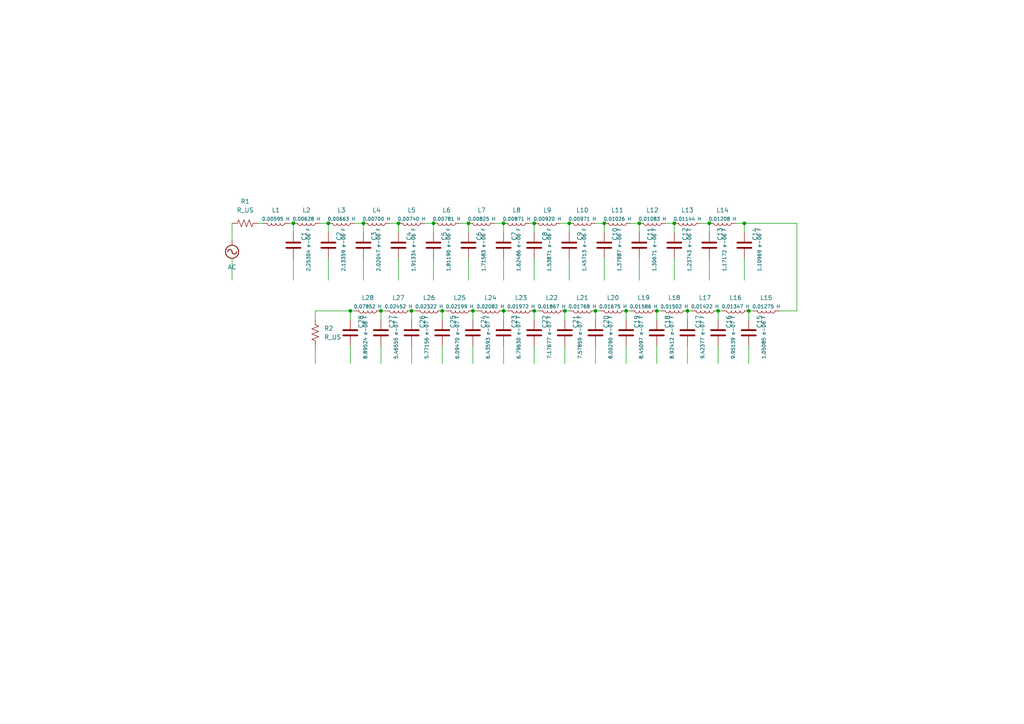
<source format=kicad_sch>
(kicad_sch (version 20211123) (generator eeschema)

  (uuid b63e1312-d6f6-4b4f-b18f-aee7fb22c0f0)

  (paper "A4")

  (title_block
    (title "Matching Circuit Schematic with 28 LC Pairs")
    (date "2022-12-30")
    (rev "0")
    (company "The Ohio State University")
  )

  (lib_symbols
    (symbol "Device:C" (pin_numbers hide) (pin_names (offset 0.254)) (in_bom yes) (on_board yes)
      (property "Reference" "C" (id 0) (at 0.635 2.54 0)
        (effects (font (size 1.27 1.27)) (justify left))
      )
      (property "Value" "C" (id 1) (at 0.635 -2.54 0)
        (effects (font (size 1.27 1.27)) (justify left))
      )
      (property "Footprint" "" (id 2) (at 0.9652 -3.81 0)
        (effects (font (size 1.27 1.27)) hide)
      )
      (property "Datasheet" "~" (id 3) (at 0 0 0)
        (effects (font (size 1.27 1.27)) hide)
      )
      (property "ki_keywords" "cap capacitor" (id 4) (at 0 0 0)
        (effects (font (size 1.27 1.27)) hide)
      )
      (property "ki_description" "Unpolarized capacitor" (id 5) (at 0 0 0)
        (effects (font (size 1.27 1.27)) hide)
      )
      (property "ki_fp_filters" "C_*" (id 6) (at 0 0 0)
        (effects (font (size 1.27 1.27)) hide)
      )
      (symbol "C_0_1"
        (polyline
          (pts
            (xy -2.032 -0.762)
            (xy 2.032 -0.762)
          )
          (stroke (width 0.508) (type default) (color 0 0 0 0))
          (fill (type none))
        )
        (polyline
          (pts
            (xy -2.032 0.762)
            (xy 2.032 0.762)
          )
          (stroke (width 0.508) (type default) (color 0 0 0 0))
          (fill (type none))
        )
      )
      (symbol "C_1_1"
        (pin passive line (at 0 3.81 270) (length 2.794)
          (name "~" (effects (font (size 1.27 1.27))))
          (number "1" (effects (font (size 1.27 1.27))))
        )
        (pin passive line (at 0 -3.81 90) (length 2.794)
          (name "~" (effects (font (size 1.27 1.27))))
          (number "2" (effects (font (size 1.27 1.27))))
        )
      )
    )
    (symbol "Device:L" (pin_numbers hide) (pin_names (offset 1.016) hide) (in_bom yes) (on_board yes)
      (property "Reference" "L" (id 0) (at -1.27 0 90)
        (effects (font (size 1.27 1.27)))
      )
      (property "Value" "L" (id 1) (at 1.905 0 90)
        (effects (font (size 1.27 1.27)))
      )
      (property "Footprint" "" (id 2) (at 0 0 0)
        (effects (font (size 1.27 1.27)) hide)
      )
      (property "Datasheet" "~" (id 3) (at 0 0 0)
        (effects (font (size 1.27 1.27)) hide)
      )
      (property "ki_keywords" "inductor choke coil reactor magnetic" (id 4) (at 0 0 0)
        (effects (font (size 1.27 1.27)) hide)
      )
      (property "ki_description" "Inductor" (id 5) (at 0 0 0)
        (effects (font (size 1.27 1.27)) hide)
      )
      (property "ki_fp_filters" "Choke_* *Coil* Inductor_* L_*" (id 6) (at 0 0 0)
        (effects (font (size 1.27 1.27)) hide)
      )
      (symbol "L_0_1"
        (arc (start 0 -2.54) (mid 0.635 -1.905) (end 0 -1.27)
          (stroke (width 0) (type default) (color 0 0 0 0))
          (fill (type none))
        )
        (arc (start 0 -1.27) (mid 0.635 -0.635) (end 0 0)
          (stroke (width 0) (type default) (color 0 0 0 0))
          (fill (type none))
        )
        (arc (start 0 0) (mid 0.635 0.635) (end 0 1.27)
          (stroke (width 0) (type default) (color 0 0 0 0))
          (fill (type none))
        )
        (arc (start 0 1.27) (mid 0.635 1.905) (end 0 2.54)
          (stroke (width 0) (type default) (color 0 0 0 0))
          (fill (type none))
        )
      )
      (symbol "L_1_1"
        (pin passive line (at 0 3.81 270) (length 1.27)
          (name "1" (effects (font (size 1.27 1.27))))
          (number "1" (effects (font (size 1.27 1.27))))
        )
        (pin passive line (at 0 -3.81 90) (length 1.27)
          (name "2" (effects (font (size 1.27 1.27))))
          (number "2" (effects (font (size 1.27 1.27))))
        )
      )
    )
    (symbol "Device:R_US" (pin_numbers hide) (pin_names (offset 0)) (in_bom yes) (on_board yes)
      (property "Reference" "R" (id 0) (at 2.54 0 90)
        (effects (font (size 1.27 1.27)))
      )
      (property "Value" "R_US" (id 1) (at -2.54 0 90)
        (effects (font (size 1.27 1.27)))
      )
      (property "Footprint" "" (id 2) (at 1.016 -0.254 90)
        (effects (font (size 1.27 1.27)) hide)
      )
      (property "Datasheet" "~" (id 3) (at 0 0 0)
        (effects (font (size 1.27 1.27)) hide)
      )
      (property "ki_keywords" "R res resistor" (id 4) (at 0 0 0)
        (effects (font (size 1.27 1.27)) hide)
      )
      (property "ki_description" "Resistor, US symbol" (id 5) (at 0 0 0)
        (effects (font (size 1.27 1.27)) hide)
      )
      (property "ki_fp_filters" "R_*" (id 6) (at 0 0 0)
        (effects (font (size 1.27 1.27)) hide)
      )
      (symbol "R_US_0_1"
        (polyline
          (pts
            (xy 0 -2.286)
            (xy 0 -2.54)
          )
          (stroke (width 0) (type default) (color 0 0 0 0))
          (fill (type none))
        )
        (polyline
          (pts
            (xy 0 2.286)
            (xy 0 2.54)
          )
          (stroke (width 0) (type default) (color 0 0 0 0))
          (fill (type none))
        )
        (polyline
          (pts
            (xy 0 -0.762)
            (xy 1.016 -1.143)
            (xy 0 -1.524)
            (xy -1.016 -1.905)
            (xy 0 -2.286)
          )
          (stroke (width 0) (type default) (color 0 0 0 0))
          (fill (type none))
        )
        (polyline
          (pts
            (xy 0 0.762)
            (xy 1.016 0.381)
            (xy 0 0)
            (xy -1.016 -0.381)
            (xy 0 -0.762)
          )
          (stroke (width 0) (type default) (color 0 0 0 0))
          (fill (type none))
        )
        (polyline
          (pts
            (xy 0 2.286)
            (xy 1.016 1.905)
            (xy 0 1.524)
            (xy -1.016 1.143)
            (xy 0 0.762)
          )
          (stroke (width 0) (type default) (color 0 0 0 0))
          (fill (type none))
        )
      )
      (symbol "R_US_1_1"
        (pin passive line (at 0 3.81 270) (length 1.27)
          (name "~" (effects (font (size 1.27 1.27))))
          (number "1" (effects (font (size 1.27 1.27))))
        )
        (pin passive line (at 0 -3.81 90) (length 1.27)
          (name "~" (effects (font (size 1.27 1.27))))
          (number "2" (effects (font (size 1.27 1.27))))
        )
      )
    )
    (symbol "power:AC" (power) (pin_names (offset 0)) (in_bom yes) (on_board yes)
      (property "Reference" "#PWR" (id 0) (at 0 -2.54 0)
        (effects (font (size 1.27 1.27)) hide)
      )
      (property "Value" "AC" (id 1) (at 0 6.35 0)
        (effects (font (size 1.27 1.27)))
      )
      (property "Footprint" "" (id 2) (at 0 0 0)
        (effects (font (size 1.27 1.27)) hide)
      )
      (property "Datasheet" "" (id 3) (at 0 0 0)
        (effects (font (size 1.27 1.27)) hide)
      )
      (property "ki_keywords" "power-flag" (id 4) (at 0 0 0)
        (effects (font (size 1.27 1.27)) hide)
      )
      (property "ki_description" "Power symbol creates a global label with name \"AC\"" (id 5) (at 0 0 0)
        (effects (font (size 1.27 1.27)) hide)
      )
      (symbol "AC_0_1"
        (polyline
          (pts
            (xy 0 0)
            (xy 0 1.27)
          )
          (stroke (width 0) (type default) (color 0 0 0 0))
          (fill (type none))
        )
        (arc (start 0 3.175) (mid -0.635 3.81) (end -1.27 3.175)
          (stroke (width 0.254) (type default) (color 0 0 0 0))
          (fill (type none))
        )
        (arc (start 0 3.175) (mid 0.635 2.54) (end 1.27 3.175)
          (stroke (width 0.254) (type default) (color 0 0 0 0))
          (fill (type none))
        )
        (circle (center 0 3.175) (radius 1.905)
          (stroke (width 0.254) (type default) (color 0 0 0 0))
          (fill (type none))
        )
      )
      (symbol "AC_1_1"
        (pin power_in line (at 0 0 90) (length 0) hide
          (name "AC" (effects (font (size 1.27 1.27))))
          (number "1" (effects (font (size 1.27 1.27))))
        )
      )
    )
  )

  (junction (at 137.16 90.17) (diameter 0) (color 0 0 0 0)
    (uuid 067ca4c0-13bc-419a-bf86-c3a6494cded1)
  )
  (junction (at 215.9 64.77) (diameter 0) (color 0 0 0 0)
    (uuid 11d2eae1-0cda-49af-a93f-98cf368dad36)
  )
  (junction (at 195.58 64.77) (diameter 0) (color 0 0 0 0)
    (uuid 14309df1-20c4-4f1d-a63d-d2e65fa04d6a)
  )
  (junction (at 217.17 90.17) (diameter 0) (color 0 0 0 0)
    (uuid 1816dfd7-833c-4bcd-8ab2-e587256f5518)
  )
  (junction (at 190.5 90.17) (diameter 0) (color 0 0 0 0)
    (uuid 1eded50d-b753-41e3-b65d-cfe2871e0b83)
  )
  (junction (at 175.26 64.77) (diameter 0) (color 0 0 0 0)
    (uuid 2a3ed9a8-d6f3-4c8f-bddd-44b223d4ab3f)
  )
  (junction (at 181.61 90.17) (diameter 0) (color 0 0 0 0)
    (uuid 2e3f83d9-4d30-4c63-b882-6abcb1b81c63)
  )
  (junction (at 101.6 90.17) (diameter 0) (color 0 0 0 0)
    (uuid 33a94444-af16-4679-9b2b-4ed920acc257)
  )
  (junction (at 146.05 64.77) (diameter 0) (color 0 0 0 0)
    (uuid 34d642d7-6f41-4c86-992e-bc3e2d0935da)
  )
  (junction (at 208.28 90.17) (diameter 0) (color 0 0 0 0)
    (uuid 3c162f8f-6792-47dd-bc5a-554d99cf7270)
  )
  (junction (at 125.73 64.77) (diameter 0) (color 0 0 0 0)
    (uuid 3d3c8c3b-6177-4156-99f0-b97bdf752a6b)
  )
  (junction (at 110.49 90.17) (diameter 0) (color 0 0 0 0)
    (uuid 47c2a227-3a20-46f0-a219-b6186277222d)
  )
  (junction (at 185.42 64.77) (diameter 0) (color 0 0 0 0)
    (uuid 48785b87-e4cc-4bdf-a210-69d2741dd06d)
  )
  (junction (at 165.1 64.77) (diameter 0) (color 0 0 0 0)
    (uuid 4d2f1d39-b4ab-4435-9fc4-7ec712cd0d2d)
  )
  (junction (at 172.72 90.17) (diameter 0) (color 0 0 0 0)
    (uuid 4ebc31d3-c2d1-4956-ae79-a09eecf1ec3c)
  )
  (junction (at 119.38 90.17) (diameter 0) (color 0 0 0 0)
    (uuid 501270bd-dc11-40c0-82f4-2effa212f7a5)
  )
  (junction (at 146.05 90.17) (diameter 0) (color 0 0 0 0)
    (uuid 50c1266f-2053-47ce-b4de-2711fe6a392e)
  )
  (junction (at 135.89 64.77) (diameter 0) (color 0 0 0 0)
    (uuid 701f7dc5-18bb-4371-b467-698eeac4254d)
  )
  (junction (at 85.09 64.77) (diameter 0) (color 0 0 0 0)
    (uuid 70f836b6-4911-4699-81d9-34317ea33df7)
  )
  (junction (at 205.74 64.77) (diameter 0) (color 0 0 0 0)
    (uuid 7a5bda13-e1b3-4d6a-9d49-fecb50a89822)
  )
  (junction (at 163.83 90.17) (diameter 0) (color 0 0 0 0)
    (uuid 7cd7502a-b86d-4ff0-8a6f-53c9423bbb41)
  )
  (junction (at 105.41 64.77) (diameter 0) (color 0 0 0 0)
    (uuid 9c9f083b-1b5c-43f4-8673-e71a41e8d5a9)
  )
  (junction (at 115.57 64.77) (diameter 0) (color 0 0 0 0)
    (uuid b6a74694-b76b-4841-b020-6f85a3adb712)
  )
  (junction (at 199.39 90.17) (diameter 0) (color 0 0 0 0)
    (uuid bd0bdead-f7f8-4544-bfd6-1ce18873b62d)
  )
  (junction (at 154.94 64.77) (diameter 0) (color 0 0 0 0)
    (uuid d5dd10f5-b8de-451c-b77e-ba7bd62e8cbe)
  )
  (junction (at 95.25 64.77) (diameter 0) (color 0 0 0 0)
    (uuid f09dc81b-bf78-49d1-a61a-b44d4b4d6b54)
  )
  (junction (at 154.94 90.17) (diameter 0) (color 0 0 0 0)
    (uuid f4deb283-7d99-4696-a2fc-35222c96eefc)
  )
  (junction (at 128.27 90.17) (diameter 0) (color 0 0 0 0)
    (uuid f73cf9e7-4558-4cb2-bf74-d04e7c37eb77)
  )

  (wire (pts (xy 217.17 90.17) (xy 217.17 92.71))
    (stroke (width 0) (type default) (color 0 0 0 0))
    (uuid 002be1da-c9c0-40b6-82b7-af1f5ebe2229)
  )
  (wire (pts (xy 190.5 100.33) (xy 190.5 105.41))
    (stroke (width 0) (type default) (color 0 0 0 0))
    (uuid 037f8c2c-3e0f-42cb-bf77-15c2bbc1bb88)
  )
  (wire (pts (xy 135.89 74.93) (xy 135.89 81.28))
    (stroke (width 0) (type default) (color 0 0 0 0))
    (uuid 080a3014-3ffb-4a4a-8344-b7a5c7818e00)
  )
  (wire (pts (xy 208.28 100.33) (xy 208.28 105.41))
    (stroke (width 0) (type default) (color 0 0 0 0))
    (uuid 08ff4bac-3d59-4082-9293-2405f7720c2b)
  )
  (wire (pts (xy 200.66 90.17) (xy 199.39 90.17))
    (stroke (width 0) (type default) (color 0 0 0 0))
    (uuid 0a4c0453-fffb-4cc7-8a39-a35def3c6488)
  )
  (wire (pts (xy 191.77 90.17) (xy 190.5 90.17))
    (stroke (width 0) (type default) (color 0 0 0 0))
    (uuid 0a6b2e45-eba5-4185-8c9a-4658c4396884)
  )
  (wire (pts (xy 146.05 100.33) (xy 146.05 105.41))
    (stroke (width 0) (type default) (color 0 0 0 0))
    (uuid 0bd9707a-fa4c-47d8-ae27-55045cbfabbe)
  )
  (wire (pts (xy 67.31 69.85) (xy 67.31 64.77))
    (stroke (width 0) (type default) (color 0 0 0 0))
    (uuid 0ed89829-c29e-4021-88d7-0adc9e2fe3ba)
  )
  (wire (pts (xy 128.27 90.17) (xy 128.27 92.71))
    (stroke (width 0) (type default) (color 0 0 0 0))
    (uuid 10e325b4-c438-4be3-bca8-83242c212f37)
  )
  (wire (pts (xy 154.94 74.93) (xy 154.94 81.28))
    (stroke (width 0) (type default) (color 0 0 0 0))
    (uuid 1145636f-d65c-4579-8fa1-06f1e7a7e4fb)
  )
  (wire (pts (xy 172.72 100.33) (xy 172.72 105.41))
    (stroke (width 0) (type default) (color 0 0 0 0))
    (uuid 117b21b2-b6df-44a2-af83-5cf2394747cc)
  )
  (wire (pts (xy 85.09 64.77) (xy 85.09 67.31))
    (stroke (width 0) (type default) (color 0 0 0 0))
    (uuid 1236eb6c-b13b-46f6-9ece-e5acaa9df8bf)
  )
  (wire (pts (xy 185.42 64.77) (xy 185.42 67.31))
    (stroke (width 0) (type default) (color 0 0 0 0))
    (uuid 16b0f11c-9d52-4612-a4bb-0cd419e5ca3e)
  )
  (wire (pts (xy 154.94 100.33) (xy 154.94 105.41))
    (stroke (width 0) (type default) (color 0 0 0 0))
    (uuid 16f025ea-05a1-4617-85cc-07a4a16ba24e)
  )
  (wire (pts (xy 215.9 74.93) (xy 215.9 81.28))
    (stroke (width 0) (type default) (color 0 0 0 0))
    (uuid 17944bd1-3371-4387-8945-bc3ce4662d1d)
  )
  (wire (pts (xy 105.41 64.77) (xy 105.41 67.31))
    (stroke (width 0) (type default) (color 0 0 0 0))
    (uuid 1e025f28-8b98-4e85-a4f8-305b26794130)
  )
  (wire (pts (xy 156.21 90.17) (xy 154.94 90.17))
    (stroke (width 0) (type default) (color 0 0 0 0))
    (uuid 21e32ac3-2b61-4015-bc07-2b998eeadf10)
  )
  (wire (pts (xy 226.06 90.17) (xy 231.14 90.17))
    (stroke (width 0) (type default) (color 0 0 0 0))
    (uuid 24671b53-9447-4b2c-ac64-7eb3bd493c1c)
  )
  (wire (pts (xy 105.41 74.93) (xy 105.41 81.28))
    (stroke (width 0) (type default) (color 0 0 0 0))
    (uuid 259ff13a-0a38-44f5-8d11-f25e5ced80e8)
  )
  (wire (pts (xy 129.54 90.17) (xy 128.27 90.17))
    (stroke (width 0) (type default) (color 0 0 0 0))
    (uuid 25a1f638-363f-4514-82fe-946531795607)
  )
  (wire (pts (xy 123.19 64.77) (xy 125.73 64.77))
    (stroke (width 0) (type default) (color 0 0 0 0))
    (uuid 2854b622-b406-4e96-856b-8d601514edba)
  )
  (wire (pts (xy 146.05 74.93) (xy 146.05 81.28))
    (stroke (width 0) (type default) (color 0 0 0 0))
    (uuid 2f06198c-07db-4f50-8666-df9c7f40b2dc)
  )
  (wire (pts (xy 125.73 74.93) (xy 125.73 81.28))
    (stroke (width 0) (type default) (color 0 0 0 0))
    (uuid 2f4fa723-48a9-4f24-993b-570c87707311)
  )
  (wire (pts (xy 181.61 100.33) (xy 181.61 105.41))
    (stroke (width 0) (type default) (color 0 0 0 0))
    (uuid 30dda1ec-82ed-4acd-bb47-89ee5ca53103)
  )
  (wire (pts (xy 101.6 100.33) (xy 101.6 105.41))
    (stroke (width 0) (type default) (color 0 0 0 0))
    (uuid 3598f53d-bb34-4a54-9354-29a7afccfe97)
  )
  (wire (pts (xy 195.58 74.93) (xy 195.58 81.28))
    (stroke (width 0) (type default) (color 0 0 0 0))
    (uuid 381fb195-8e52-433a-9816-6508dd2aab6a)
  )
  (wire (pts (xy 119.38 90.17) (xy 119.38 92.71))
    (stroke (width 0) (type default) (color 0 0 0 0))
    (uuid 399abc6f-e44a-4335-9d4e-b949052c4caa)
  )
  (wire (pts (xy 205.74 64.77) (xy 205.74 67.31))
    (stroke (width 0) (type default) (color 0 0 0 0))
    (uuid 3d50bb96-852c-43fe-8f00-43ece4e42598)
  )
  (wire (pts (xy 67.31 74.93) (xy 67.31 81.28))
    (stroke (width 0) (type default) (color 0 0 0 0))
    (uuid 3d81c5a8-d7ae-48a1-84ad-5a2aa5e686f3)
  )
  (wire (pts (xy 95.25 64.77) (xy 95.25 67.31))
    (stroke (width 0) (type default) (color 0 0 0 0))
    (uuid 42ad7f8f-abf6-4c57-a50a-fff5a084a2a1)
  )
  (wire (pts (xy 208.28 90.17) (xy 208.28 92.71))
    (stroke (width 0) (type default) (color 0 0 0 0))
    (uuid 46ac9694-0221-4d39-b9c5-c4c2d43cb9e4)
  )
  (wire (pts (xy 175.26 64.77) (xy 175.26 67.31))
    (stroke (width 0) (type default) (color 0 0 0 0))
    (uuid 49760eed-17a5-48bf-972c-fbbceb5a2770)
  )
  (wire (pts (xy 217.17 100.33) (xy 217.17 105.41))
    (stroke (width 0) (type default) (color 0 0 0 0))
    (uuid 4b81d11f-553d-41a4-89b9-a09a689c60fd)
  )
  (wire (pts (xy 133.35 64.77) (xy 135.89 64.77))
    (stroke (width 0) (type default) (color 0 0 0 0))
    (uuid 52ea58d2-eaa4-4053-97f2-62865392bbf9)
  )
  (wire (pts (xy 110.49 100.33) (xy 110.49 105.41))
    (stroke (width 0) (type default) (color 0 0 0 0))
    (uuid 53c96458-1dd0-4bc7-a0da-ec6063461cc8)
  )
  (wire (pts (xy 163.83 90.17) (xy 163.83 92.71))
    (stroke (width 0) (type default) (color 0 0 0 0))
    (uuid 5884aa5f-2501-4fa9-8d66-6578917619b2)
  )
  (wire (pts (xy 147.32 90.17) (xy 146.05 90.17))
    (stroke (width 0) (type default) (color 0 0 0 0))
    (uuid 592feda1-5a9e-4bcb-aa04-24b6bc76eae0)
  )
  (wire (pts (xy 91.44 100.33) (xy 91.44 105.41))
    (stroke (width 0) (type default) (color 0 0 0 0))
    (uuid 6278de2d-271b-4a9e-af0e-e279a90bf68f)
  )
  (wire (pts (xy 92.71 64.77) (xy 95.25 64.77))
    (stroke (width 0) (type default) (color 0 0 0 0))
    (uuid 633c5f82-08a9-4065-bee5-6273fc08d2e1)
  )
  (wire (pts (xy 185.42 74.93) (xy 185.42 81.28))
    (stroke (width 0) (type default) (color 0 0 0 0))
    (uuid 63eb8344-da13-40e2-87a0-e6a1f7132443)
  )
  (wire (pts (xy 172.72 90.17) (xy 172.72 92.71))
    (stroke (width 0) (type default) (color 0 0 0 0))
    (uuid 648a9852-0fd2-4fed-892b-c97cc09a66f8)
  )
  (wire (pts (xy 165.1 74.93) (xy 165.1 81.28))
    (stroke (width 0) (type default) (color 0 0 0 0))
    (uuid 6b549227-5613-4945-b58e-a7d843075260)
  )
  (wire (pts (xy 128.27 100.33) (xy 128.27 105.41))
    (stroke (width 0) (type default) (color 0 0 0 0))
    (uuid 6e0ddc1f-2daa-4ed6-a61f-bb9cdfb9dbc1)
  )
  (wire (pts (xy 101.6 90.17) (xy 101.6 92.71))
    (stroke (width 0) (type default) (color 0 0 0 0))
    (uuid 735fdd6d-3e21-418f-8923-0744110dfc5f)
  )
  (wire (pts (xy 203.2 64.77) (xy 205.74 64.77))
    (stroke (width 0) (type default) (color 0 0 0 0))
    (uuid 73fe7d1d-7f2c-4c56-b2cc-dde4998ae103)
  )
  (wire (pts (xy 215.9 64.77) (xy 231.14 64.77))
    (stroke (width 0) (type default) (color 0 0 0 0))
    (uuid 74ac6933-e5c2-4abe-a9aa-eeaf01ddb7a7)
  )
  (wire (pts (xy 199.39 90.17) (xy 199.39 92.71))
    (stroke (width 0) (type default) (color 0 0 0 0))
    (uuid 78ffa7d2-b8a3-4a52-8885-2b77c39e0e8d)
  )
  (wire (pts (xy 205.74 74.93) (xy 205.74 81.28))
    (stroke (width 0) (type default) (color 0 0 0 0))
    (uuid 7a613f13-34cf-4db4-8524-95340bcfa783)
  )
  (wire (pts (xy 190.5 90.17) (xy 190.5 92.71))
    (stroke (width 0) (type default) (color 0 0 0 0))
    (uuid 7c608dc6-778e-4beb-b412-f1ff5439c0c3)
  )
  (wire (pts (xy 135.89 64.77) (xy 135.89 67.31))
    (stroke (width 0) (type default) (color 0 0 0 0))
    (uuid 7ff73a92-3e1b-4477-9b3d-0ac7b306a6b4)
  )
  (wire (pts (xy 137.16 90.17) (xy 137.16 92.71))
    (stroke (width 0) (type default) (color 0 0 0 0))
    (uuid 845e901b-ecf8-4a0f-8f76-aee08ff1b28c)
  )
  (wire (pts (xy 115.57 64.77) (xy 115.57 67.31))
    (stroke (width 0) (type default) (color 0 0 0 0))
    (uuid 850dcba5-f97b-47f5-8ea0-6c02d676f99b)
  )
  (wire (pts (xy 115.57 74.93) (xy 115.57 81.28))
    (stroke (width 0) (type default) (color 0 0 0 0))
    (uuid 85a74992-0f77-4343-b644-56dec0efc2e0)
  )
  (wire (pts (xy 195.58 64.77) (xy 195.58 67.31))
    (stroke (width 0) (type default) (color 0 0 0 0))
    (uuid 8df43b28-226f-4c2f-a178-c5bd39aaaf1a)
  )
  (wire (pts (xy 182.88 64.77) (xy 185.42 64.77))
    (stroke (width 0) (type default) (color 0 0 0 0))
    (uuid 9647d112-0fb1-464d-b2e4-236eae2e0f14)
  )
  (wire (pts (xy 85.09 74.93) (xy 85.09 81.28))
    (stroke (width 0) (type default) (color 0 0 0 0))
    (uuid 989733fc-4eb3-4a36-9a7f-261430b56553)
  )
  (wire (pts (xy 138.43 90.17) (xy 137.16 90.17))
    (stroke (width 0) (type default) (color 0 0 0 0))
    (uuid 98defb9f-1f97-4be4-adcb-c84e61786a55)
  )
  (wire (pts (xy 213.36 64.77) (xy 215.9 64.77))
    (stroke (width 0) (type default) (color 0 0 0 0))
    (uuid 9ae796dd-06ae-4e40-9469-b2403ba753f0)
  )
  (wire (pts (xy 193.04 64.77) (xy 195.58 64.77))
    (stroke (width 0) (type default) (color 0 0 0 0))
    (uuid 9d8cbb7a-f94c-46f8-aac2-3ba92422541c)
  )
  (wire (pts (xy 119.38 100.33) (xy 119.38 105.41))
    (stroke (width 0) (type default) (color 0 0 0 0))
    (uuid a0070269-498f-48f6-a050-7842389bf129)
  )
  (wire (pts (xy 175.26 74.93) (xy 175.26 81.28))
    (stroke (width 0) (type default) (color 0 0 0 0))
    (uuid a43db143-d73a-476a-a12a-01d8e4b4c158)
  )
  (wire (pts (xy 209.55 90.17) (xy 208.28 90.17))
    (stroke (width 0) (type default) (color 0 0 0 0))
    (uuid a93a19f8-1292-4067-8cc2-63f5bd9f0fed)
  )
  (wire (pts (xy 172.72 64.77) (xy 175.26 64.77))
    (stroke (width 0) (type default) (color 0 0 0 0))
    (uuid a97c8b00-2b8a-434f-92c4-ad16948bc074)
  )
  (wire (pts (xy 154.94 90.17) (xy 154.94 92.71))
    (stroke (width 0) (type default) (color 0 0 0 0))
    (uuid a9ae36e6-fdf6-415b-a0f7-153c3b980829)
  )
  (wire (pts (xy 165.1 90.17) (xy 163.83 90.17))
    (stroke (width 0) (type default) (color 0 0 0 0))
    (uuid acd21e8d-56aa-4d41-aa09-7244345ba60f)
  )
  (wire (pts (xy 91.44 90.17) (xy 101.6 90.17))
    (stroke (width 0) (type default) (color 0 0 0 0))
    (uuid aec812a3-f10a-45da-b092-6320af32f5d6)
  )
  (wire (pts (xy 95.25 74.93) (xy 95.25 81.28))
    (stroke (width 0) (type default) (color 0 0 0 0))
    (uuid b2cd396e-aec9-4de8-82d1-326d66287be0)
  )
  (wire (pts (xy 137.16 100.33) (xy 137.16 105.41))
    (stroke (width 0) (type default) (color 0 0 0 0))
    (uuid b5b846b8-b126-4ccf-b8d4-e0a482cb1cfb)
  )
  (wire (pts (xy 76.2 64.77) (xy 74.93 64.77))
    (stroke (width 0) (type default) (color 0 0 0 0))
    (uuid b6379041-8e15-4149-8305-56c2f0fa9e55)
  )
  (wire (pts (xy 146.05 64.77) (xy 146.05 67.31))
    (stroke (width 0) (type default) (color 0 0 0 0))
    (uuid b9582496-20b4-4594-97a3-7040a4d6f001)
  )
  (wire (pts (xy 163.83 100.33) (xy 163.83 105.41))
    (stroke (width 0) (type default) (color 0 0 0 0))
    (uuid bac5386f-d527-4243-a869-c8bc557a933d)
  )
  (wire (pts (xy 231.14 90.17) (xy 231.14 64.77))
    (stroke (width 0) (type default) (color 0 0 0 0))
    (uuid bbb1ca50-2f27-48ea-a7c3-762993dea641)
  )
  (wire (pts (xy 111.76 90.17) (xy 110.49 90.17))
    (stroke (width 0) (type default) (color 0 0 0 0))
    (uuid bd7b037a-0d5a-439f-b018-5ef5aacdb1d5)
  )
  (wire (pts (xy 181.61 90.17) (xy 181.61 92.71))
    (stroke (width 0) (type default) (color 0 0 0 0))
    (uuid be103841-ce9f-47f2-8760-49188d748863)
  )
  (wire (pts (xy 120.65 90.17) (xy 119.38 90.17))
    (stroke (width 0) (type default) (color 0 0 0 0))
    (uuid bf34cbe0-c344-4fe5-8571-7cd81c4de2aa)
  )
  (wire (pts (xy 102.87 64.77) (xy 105.41 64.77))
    (stroke (width 0) (type default) (color 0 0 0 0))
    (uuid ca650f80-f36b-4c56-8579-31dc61d16113)
  )
  (wire (pts (xy 153.67 64.77) (xy 154.94 64.77))
    (stroke (width 0) (type default) (color 0 0 0 0))
    (uuid cbbbdfa7-fb57-49eb-b120-63f804a2d10a)
  )
  (wire (pts (xy 91.44 90.17) (xy 91.44 92.71))
    (stroke (width 0) (type default) (color 0 0 0 0))
    (uuid cc745338-5fe8-4431-9c28-12b4170e5c66)
  )
  (wire (pts (xy 113.03 64.77) (xy 115.57 64.77))
    (stroke (width 0) (type default) (color 0 0 0 0))
    (uuid d16b6289-29d7-403a-8c43-09103e28e5a7)
  )
  (wire (pts (xy 162.56 64.77) (xy 165.1 64.77))
    (stroke (width 0) (type default) (color 0 0 0 0))
    (uuid d17ab7a1-f4df-4bc6-a5f6-ad6e336d15c4)
  )
  (wire (pts (xy 125.73 64.77) (xy 125.73 67.31))
    (stroke (width 0) (type default) (color 0 0 0 0))
    (uuid dccc780e-bf6e-4aab-af6a-d93be4e77060)
  )
  (wire (pts (xy 154.94 64.77) (xy 154.94 67.31))
    (stroke (width 0) (type default) (color 0 0 0 0))
    (uuid df39793b-f041-4420-87ed-e56695ea04c0)
  )
  (wire (pts (xy 110.49 90.17) (xy 110.49 92.71))
    (stroke (width 0) (type default) (color 0 0 0 0))
    (uuid e3525a4f-8f35-4c52-a031-54674a9a489f)
  )
  (wire (pts (xy 143.51 64.77) (xy 146.05 64.77))
    (stroke (width 0) (type default) (color 0 0 0 0))
    (uuid e38193a3-1572-4b84-8fad-4deb9841597b)
  )
  (wire (pts (xy 215.9 64.77) (xy 215.9 67.31))
    (stroke (width 0) (type default) (color 0 0 0 0))
    (uuid e5c5a652-5d47-4710-aca3-a4db1687a41a)
  )
  (wire (pts (xy 173.99 90.17) (xy 172.72 90.17))
    (stroke (width 0) (type default) (color 0 0 0 0))
    (uuid e6a2a668-3210-4d9d-b87c-2ef789cf33f8)
  )
  (wire (pts (xy 218.44 90.17) (xy 217.17 90.17))
    (stroke (width 0) (type default) (color 0 0 0 0))
    (uuid ea497337-8ba5-420e-a0a1-9f0d6ed530a0)
  )
  (wire (pts (xy 83.82 64.77) (xy 85.09 64.77))
    (stroke (width 0) (type default) (color 0 0 0 0))
    (uuid ec27fd9a-6d9b-436a-b6aa-e00893c0fe5a)
  )
  (wire (pts (xy 199.39 100.33) (xy 199.39 105.41))
    (stroke (width 0) (type default) (color 0 0 0 0))
    (uuid f0fad427-dba5-425d-9519-9aadf760805f)
  )
  (wire (pts (xy 146.05 90.17) (xy 146.05 92.71))
    (stroke (width 0) (type default) (color 0 0 0 0))
    (uuid f1669e32-f589-42f4-a182-c825d8c6689d)
  )
  (wire (pts (xy 165.1 64.77) (xy 165.1 67.31))
    (stroke (width 0) (type default) (color 0 0 0 0))
    (uuid f4cc76c4-a994-4ec8-b975-7cd7be449a8f)
  )
  (wire (pts (xy 102.87 90.17) (xy 101.6 90.17))
    (stroke (width 0) (type default) (color 0 0 0 0))
    (uuid f914e933-76b7-4017-90dd-8828fd13ff1f)
  )
  (wire (pts (xy 182.88 90.17) (xy 181.61 90.17))
    (stroke (width 0) (type default) (color 0 0 0 0))
    (uuid fb994fea-b99a-48d8-a5fe-d3b2fbf68553)
  )

  (symbol (lib_id "Device:L") (at 129.54 64.77 270) (unit 1)
    (in_bom yes) (on_board yes) (fields_autoplaced)
    (uuid 005b4774-9e9a-40a6-9db7-fa1f1609dd69)
    (property "Reference" "L6" (id 0) (at 129.54 60.96 90))
    (property "Value" "0.00781 H" (id 1) (at 129.54 63.5 90)
      (effects (font (size 1 1)))
    )
    (property "Footprint" "" (id 2) (at 129.54 64.77 0)
      (effects (font (size 1.27 1.27)) hide)
    )
    (property "Datasheet" "~" (id 3) (at 129.54 64.77 0)
      (effects (font (size 1.27 1.27)) hide)
    )
    (pin "1" (uuid 557a8d65-3438-4975-8da8-93594e59d246))
    (pin "2" (uuid c19a85f5-c603-4cac-af2f-14c8df42cec8))
  )

  (symbol (lib_id "Device:C") (at 110.49 96.52 0) (unit 1)
    (in_bom yes) (on_board yes)
    (uuid 021b4a16-913b-439c-8b23-c69e8a322008)
    (property "Reference" "C27" (id 0) (at 114.3 95.2499 90)
      (effects (font (size 1.27 1.27)) (justify left bottom))
    )
    (property "Value" "5.46555 e-07 F" (id 1) (at 114.3 97.7899 90)
      (effects (font (size 1 1)) (justify top))
    )
    (property "Footprint" "" (id 2) (at 111.4552 100.33 0)
      (effects (font (size 1.27 1.27)) hide)
    )
    (property "Datasheet" "~" (id 3) (at 110.49 96.52 0)
      (effects (font (size 1.27 1.27)) hide)
    )
    (pin "1" (uuid 3c8479e8-4fce-4fb4-9f7f-5afd35929777))
    (pin "2" (uuid ff914188-bd8d-4095-a4dc-feee47c56571))
  )

  (symbol (lib_id "Device:L") (at 189.23 64.77 270) (unit 1)
    (in_bom yes) (on_board yes) (fields_autoplaced)
    (uuid 03532ee1-b650-4c3d-afa3-30eb368e3940)
    (property "Reference" "L12" (id 0) (at 189.23 60.96 90))
    (property "Value" "0.01083 H" (id 1) (at 189.23 63.5 90)
      (effects (font (size 1 1)))
    )
    (property "Footprint" "" (id 2) (at 189.23 64.77 0)
      (effects (font (size 1.27 1.27)) hide)
    )
    (property "Datasheet" "~" (id 3) (at 189.23 64.77 0)
      (effects (font (size 1.27 1.27)) hide)
    )
    (pin "1" (uuid 31ca3bec-bca9-4676-91dc-f58f64e3bfa0))
    (pin "2" (uuid f191728f-4f49-431d-855d-187281735630))
  )

  (symbol (lib_id "Device:C") (at 190.5 96.52 0) (unit 1)
    (in_bom yes) (on_board yes)
    (uuid 06a9bcc0-0fef-47d1-ac57-2e5e7da2575f)
    (property "Reference" "C18" (id 0) (at 194.31 95.2499 90)
      (effects (font (size 1.27 1.27)) (justify left bottom))
    )
    (property "Value" "8.92412 e-07 F" (id 1) (at 194.31 97.7899 90)
      (effects (font (size 1 1)) (justify top))
    )
    (property "Footprint" "" (id 2) (at 191.4652 100.33 0)
      (effects (font (size 1.27 1.27)) hide)
    )
    (property "Datasheet" "~" (id 3) (at 190.5 96.52 0)
      (effects (font (size 1.27 1.27)) hide)
    )
    (pin "1" (uuid bd86f4b0-9fc9-4563-92db-2ef30ea7b231))
    (pin "2" (uuid a8eefb12-3d46-49c0-949e-1f2da9900f01))
  )

  (symbol (lib_id "Device:C") (at 146.05 96.52 0) (unit 1)
    (in_bom yes) (on_board yes)
    (uuid 09ef6399-4fb4-415e-8b54-7945969c4b6d)
    (property "Reference" "C23" (id 0) (at 149.86 95.2499 90)
      (effects (font (size 1.27 1.27)) (justify left bottom))
    )
    (property "Value" "6.79630 e-07 F" (id 1) (at 149.86 97.7899 90)
      (effects (font (size 1 1)) (justify top))
    )
    (property "Footprint" "" (id 2) (at 147.0152 100.33 0)
      (effects (font (size 1.27 1.27)) hide)
    )
    (property "Datasheet" "~" (id 3) (at 146.05 96.52 0)
      (effects (font (size 1.27 1.27)) hide)
    )
    (pin "1" (uuid d4f6ba5a-74e5-481a-b9db-85ca0f492c0d))
    (pin "2" (uuid e9348952-0457-4a7a-9064-fd0199e23ce9))
  )

  (symbol (lib_id "Device:L") (at 179.07 64.77 270) (unit 1)
    (in_bom yes) (on_board yes) (fields_autoplaced)
    (uuid 0afcab6e-8427-4b77-8cf1-1284a0c7a3ce)
    (property "Reference" "L11" (id 0) (at 179.07 60.96 90))
    (property "Value" "0.01026 H" (id 1) (at 179.07 63.5 90)
      (effects (font (size 1 1)))
    )
    (property "Footprint" "" (id 2) (at 179.07 64.77 0)
      (effects (font (size 1.27 1.27)) hide)
    )
    (property "Datasheet" "~" (id 3) (at 179.07 64.77 0)
      (effects (font (size 1.27 1.27)) hide)
    )
    (pin "1" (uuid ec1f6d77-9f3e-41ea-aa18-79aa28b1f30c))
    (pin "2" (uuid c459ab15-a688-47af-a991-a3b146c204c1))
  )

  (symbol (lib_id "Device:C") (at 125.73 71.12 0) (unit 1)
    (in_bom yes) (on_board yes)
    (uuid 0de7577b-6f29-405f-8886-7c5f2a683ee2)
    (property "Reference" "C5" (id 0) (at 129.54 69.8499 90)
      (effects (font (size 1.27 1.27)) (justify left bottom))
    )
    (property "Value" "1.81190 e-06 F" (id 1) (at 129.54 72.3899 90)
      (effects (font (size 1 1)) (justify top))
    )
    (property "Footprint" "" (id 2) (at 126.6952 74.93 0)
      (effects (font (size 1.27 1.27)) hide)
    )
    (property "Datasheet" "~" (id 3) (at 125.73 71.12 0)
      (effects (font (size 1.27 1.27)) hide)
    )
    (pin "1" (uuid 6cca414b-7640-4f9e-a580-d06a03aaee6a))
    (pin "2" (uuid 13007b81-5982-4417-b266-9640712377a0))
  )

  (symbol (lib_id "Device:L") (at 177.8 90.17 270) (unit 1)
    (in_bom yes) (on_board yes) (fields_autoplaced)
    (uuid 12dc16b1-89cf-47b1-bb6a-9ef6ed324f18)
    (property "Reference" "L20" (id 0) (at 177.8 86.36 90))
    (property "Value" "0.01675 H" (id 1) (at 177.8 88.9 90)
      (effects (font (size 1 1)))
    )
    (property "Footprint" "" (id 2) (at 177.8 90.17 0)
      (effects (font (size 1.27 1.27)) hide)
    )
    (property "Datasheet" "~" (id 3) (at 177.8 90.17 0)
      (effects (font (size 1.27 1.27)) hide)
    )
    (pin "1" (uuid fd6bdb40-304c-4fa6-bdeb-afd7b768a510))
    (pin "2" (uuid 5438a988-e2f6-4354-9b8b-e06889da7013))
  )

  (symbol (lib_id "Device:L") (at 158.75 64.77 270) (unit 1)
    (in_bom yes) (on_board yes) (fields_autoplaced)
    (uuid 205c26e6-a4cf-4438-8e2e-d90b6d5afcff)
    (property "Reference" "L9" (id 0) (at 158.75 60.96 90))
    (property "Value" "0.00920 H" (id 1) (at 158.75 63.5 90)
      (effects (font (size 1 1)))
    )
    (property "Footprint" "" (id 2) (at 158.75 64.77 0)
      (effects (font (size 1.27 1.27)) hide)
    )
    (property "Datasheet" "~" (id 3) (at 158.75 64.77 0)
      (effects (font (size 1.27 1.27)) hide)
    )
    (pin "1" (uuid 99dd83d5-7462-4262-90d5-54b32e3cdde9))
    (pin "2" (uuid f86d8b61-6559-424a-864d-d38090e875ad))
  )

  (symbol (lib_id "Device:C") (at 199.39 96.52 0) (unit 1)
    (in_bom yes) (on_board yes)
    (uuid 22f12486-e24f-4740-9382-a5cb16518de5)
    (property "Reference" "C17" (id 0) (at 203.2 95.2499 90)
      (effects (font (size 1.27 1.27)) (justify left bottom))
    )
    (property "Value" "9.42377 e-07 F" (id 1) (at 203.2 97.7899 90)
      (effects (font (size 1 1)) (justify top))
    )
    (property "Footprint" "" (id 2) (at 200.3552 100.33 0)
      (effects (font (size 1.27 1.27)) hide)
    )
    (property "Datasheet" "~" (id 3) (at 199.39 96.52 0)
      (effects (font (size 1.27 1.27)) hide)
    )
    (pin "1" (uuid 0aa4782a-8307-48f2-bae9-1ac2cd3d6f08))
    (pin "2" (uuid 40e3e991-b5eb-457a-bd47-38e2893ce4e6))
  )

  (symbol (lib_id "Device:C") (at 163.83 96.52 0) (unit 1)
    (in_bom yes) (on_board yes)
    (uuid 2a2b8c5c-f286-4f68-a7c5-74a0559b040d)
    (property "Reference" "C21" (id 0) (at 167.64 95.2499 90)
      (effects (font (size 1.27 1.27)) (justify left bottom))
    )
    (property "Value" "7.57859 e-07 F" (id 1) (at 167.64 97.7899 90)
      (effects (font (size 1 1)) (justify top))
    )
    (property "Footprint" "" (id 2) (at 164.7952 100.33 0)
      (effects (font (size 1.27 1.27)) hide)
    )
    (property "Datasheet" "~" (id 3) (at 163.83 96.52 0)
      (effects (font (size 1.27 1.27)) hide)
    )
    (pin "1" (uuid 45be505e-3264-489c-9bf2-20dc50182d8e))
    (pin "2" (uuid 7744149b-a73a-4e5c-b0f0-113ea477806c))
  )

  (symbol (lib_id "Device:C") (at 217.17 96.52 0) (unit 1)
    (in_bom yes) (on_board yes)
    (uuid 302f450f-a26b-4799-9940-f09191f1c393)
    (property "Reference" "C15" (id 0) (at 220.98 95.2499 90)
      (effects (font (size 1.27 1.27)) (justify left bottom))
    )
    (property "Value" "1.05085 e-06 F" (id 1) (at 220.98 97.7899 90)
      (effects (font (size 1 1)) (justify top))
    )
    (property "Footprint" "" (id 2) (at 218.1352 100.33 0)
      (effects (font (size 1.27 1.27)) hide)
    )
    (property "Datasheet" "~" (id 3) (at 217.17 96.52 0)
      (effects (font (size 1.27 1.27)) hide)
    )
    (pin "1" (uuid 80094130-9a9c-4aca-9441-c1e3a0e76b5b))
    (pin "2" (uuid 22f0a3e0-4e7b-4cc9-a9ba-824dd56e25c9))
  )

  (symbol (lib_id "Device:C") (at 185.42 71.12 0) (unit 1)
    (in_bom yes) (on_board yes)
    (uuid 346dfd60-10ec-448b-a33b-0dcb9f5c4c43)
    (property "Reference" "C11" (id 0) (at 189.23 69.8499 90)
      (effects (font (size 1.27 1.27)) (justify left bottom))
    )
    (property "Value" "1.30671 e-06 F" (id 1) (at 189.23 72.3899 90)
      (effects (font (size 1 1)) (justify top))
    )
    (property "Footprint" "" (id 2) (at 186.3852 74.93 0)
      (effects (font (size 1.27 1.27)) hide)
    )
    (property "Datasheet" "~" (id 3) (at 185.42 71.12 0)
      (effects (font (size 1.27 1.27)) hide)
    )
    (pin "1" (uuid d8d32600-089d-4729-a61a-784db68d6772))
    (pin "2" (uuid d5aa5e20-dca4-41de-a7af-c15cb3e4b1b6))
  )

  (symbol (lib_id "Device:C") (at 165.1 71.12 0) (unit 1)
    (in_bom yes) (on_board yes)
    (uuid 392ba9a3-48cb-4431-81d1-9512c5f77cdb)
    (property "Reference" "C9" (id 0) (at 168.91 69.8499 90)
      (effects (font (size 1.27 1.27)) (justify left bottom))
    )
    (property "Value" "1.45713 e-06 F" (id 1) (at 168.91 72.3899 90)
      (effects (font (size 1 1)) (justify top))
    )
    (property "Footprint" "" (id 2) (at 166.0652 74.93 0)
      (effects (font (size 1.27 1.27)) hide)
    )
    (property "Datasheet" "~" (id 3) (at 165.1 71.12 0)
      (effects (font (size 1.27 1.27)) hide)
    )
    (pin "1" (uuid 9b0f4233-59f5-4957-8a86-4da1e2d836c5))
    (pin "2" (uuid 60fbfa01-bdb6-438b-9ec4-738daea5a8f6))
  )

  (symbol (lib_id "Device:C") (at 154.94 71.12 0) (unit 1)
    (in_bom yes) (on_board yes)
    (uuid 3dcfc60a-bd38-4aaf-9356-d5c0e49365b2)
    (property "Reference" "C8" (id 0) (at 158.75 69.8499 90)
      (effects (font (size 1.27 1.27)) (justify left bottom))
    )
    (property "Value" "1.53871 e-06 F" (id 1) (at 158.75 72.3899 90)
      (effects (font (size 1 1)) (justify top))
    )
    (property "Footprint" "" (id 2) (at 155.9052 74.93 0)
      (effects (font (size 1.27 1.27)) hide)
    )
    (property "Datasheet" "~" (id 3) (at 154.94 71.12 0)
      (effects (font (size 1.27 1.27)) hide)
    )
    (pin "1" (uuid a6abaa04-3859-4e5a-8ffd-a7fa8f477ada))
    (pin "2" (uuid 5801ae14-07d2-42b4-8c31-50317175be58))
  )

  (symbol (lib_id "Device:C") (at 115.57 71.12 0) (unit 1)
    (in_bom yes) (on_board yes)
    (uuid 3edf35f8-8406-4a9c-b1cb-a0ce234afde4)
    (property "Reference" "C4" (id 0) (at 119.38 69.8499 90)
      (effects (font (size 1.27 1.27)) (justify left bottom))
    )
    (property "Value" "1.91334 e-06 F" (id 1) (at 119.38 72.3899 90)
      (effects (font (size 1 1)) (justify top))
    )
    (property "Footprint" "" (id 2) (at 116.5352 74.93 0)
      (effects (font (size 1.27 1.27)) hide)
    )
    (property "Datasheet" "~" (id 3) (at 115.57 71.12 0)
      (effects (font (size 1.27 1.27)) hide)
    )
    (pin "1" (uuid a967a7b1-5038-4c84-b69c-a6eb226bb33c))
    (pin "2" (uuid 624315e0-269a-4b30-9add-bc1bcc382e53))
  )

  (symbol (lib_id "Device:L") (at 195.58 90.17 270) (unit 1)
    (in_bom yes) (on_board yes) (fields_autoplaced)
    (uuid 4cacbfc0-f31c-44d7-9c04-ccb719c6fa99)
    (property "Reference" "L18" (id 0) (at 195.58 86.36 90))
    (property "Value" "0.01502 H" (id 1) (at 195.58 88.9 90)
      (effects (font (size 1 1)))
    )
    (property "Footprint" "" (id 2) (at 195.58 90.17 0)
      (effects (font (size 1.27 1.27)) hide)
    )
    (property "Datasheet" "~" (id 3) (at 195.58 90.17 0)
      (effects (font (size 1.27 1.27)) hide)
    )
    (pin "1" (uuid f20fded0-7b87-4fe0-8ae1-08d5e2533521))
    (pin "2" (uuid 31a2fc6f-7619-4509-a25b-d4cfe9608e7a))
  )

  (symbol (lib_id "Device:C") (at 195.58 71.12 0) (unit 1)
    (in_bom yes) (on_board yes)
    (uuid 550cd62f-d112-4c0f-ae3d-1883a3366f12)
    (property "Reference" "C12" (id 0) (at 199.39 69.8499 90)
      (effects (font (size 1.27 1.27)) (justify left bottom))
    )
    (property "Value" "1.23743 e-06 F" (id 1) (at 199.39 72.3899 90)
      (effects (font (size 1 1)) (justify top))
    )
    (property "Footprint" "" (id 2) (at 196.5452 74.93 0)
      (effects (font (size 1.27 1.27)) hide)
    )
    (property "Datasheet" "~" (id 3) (at 195.58 71.12 0)
      (effects (font (size 1.27 1.27)) hide)
    )
    (pin "1" (uuid 9742bdee-6799-4495-b7a9-c883321a181f))
    (pin "2" (uuid 4b5891d9-af7e-4c4a-9979-10e4868e7388))
  )

  (symbol (lib_id "Device:C") (at 101.6 96.52 0) (unit 1)
    (in_bom yes) (on_board yes)
    (uuid 58524142-453f-479e-a158-5c1e57f12c92)
    (property "Reference" "C28" (id 0) (at 105.41 95.2499 90)
      (effects (font (size 1.27 1.27)) (justify left bottom))
    )
    (property "Value" "8.89524 e-08 F" (id 1) (at 105.41 97.7899 90)
      (effects (font (size 1 1)) (justify top))
    )
    (property "Footprint" "" (id 2) (at 102.5652 100.33 0)
      (effects (font (size 1.27 1.27)) hide)
    )
    (property "Datasheet" "~" (id 3) (at 101.6 96.52 0)
      (effects (font (size 1.27 1.27)) hide)
    )
    (pin "1" (uuid 8dc033eb-3a7b-486e-9897-b28677124bb2))
    (pin "2" (uuid 6e96edd9-fa5c-4384-8b3c-8fb1324ea3a9))
  )

  (symbol (lib_id "Device:C") (at 137.16 96.52 0) (unit 1)
    (in_bom yes) (on_board yes)
    (uuid 5b6ebff1-3650-4283-bdab-181d738d0300)
    (property "Reference" "C24" (id 0) (at 140.97 95.2499 90)
      (effects (font (size 1.27 1.27)) (justify left bottom))
    )
    (property "Value" "6.43593 e-07 F" (id 1) (at 140.97 97.7899 90)
      (effects (font (size 1 1)) (justify top))
    )
    (property "Footprint" "" (id 2) (at 138.1252 100.33 0)
      (effects (font (size 1.27 1.27)) hide)
    )
    (property "Datasheet" "~" (id 3) (at 137.16 96.52 0)
      (effects (font (size 1.27 1.27)) hide)
    )
    (pin "1" (uuid 847e1bf4-f501-4c8d-a96e-f320efc24108))
    (pin "2" (uuid 882e9edb-f4b6-4fa2-ad71-892d8d810ad7))
  )

  (symbol (lib_id "Device:R_US") (at 91.44 96.52 0) (unit 1)
    (in_bom yes) (on_board yes) (fields_autoplaced)
    (uuid 5bc38172-5179-490d-b0b8-96a49c3760a8)
    (property "Reference" "R2" (id 0) (at 93.98 95.2499 0)
      (effects (font (size 1.27 1.27)) (justify left))
    )
    (property "Value" "R_US" (id 1) (at 93.98 97.7899 0)
      (effects (font (size 1.27 1.27)) (justify left))
    )
    (property "Footprint" "" (id 2) (at 92.456 96.774 90)
      (effects (font (size 1.27 1.27)) hide)
    )
    (property "Datasheet" "~" (id 3) (at 91.44 96.52 0)
      (effects (font (size 1.27 1.27)) hide)
    )
    (pin "1" (uuid 08fa7812-7d56-411d-8c2f-f1dcf2c2a45e))
    (pin "2" (uuid a7df1a7c-e4f6-4bfb-99af-3258d074f682))
  )

  (symbol (lib_id "Device:C") (at 154.94 96.52 0) (unit 1)
    (in_bom yes) (on_board yes)
    (uuid 5d2da3eb-d9be-458d-97a5-72a70a89bfd0)
    (property "Reference" "C22" (id 0) (at 158.75 95.2499 90)
      (effects (font (size 1.27 1.27)) (justify left bottom))
    )
    (property "Value" "7.17677 e-07 F" (id 1) (at 158.75 97.7899 90)
      (effects (font (size 1 1)) (justify top))
    )
    (property "Footprint" "" (id 2) (at 155.9052 100.33 0)
      (effects (font (size 1.27 1.27)) hide)
    )
    (property "Datasheet" "~" (id 3) (at 154.94 96.52 0)
      (effects (font (size 1.27 1.27)) hide)
    )
    (pin "1" (uuid 25c7b5aa-7bdc-4586-bf8a-b0a3062a057a))
    (pin "2" (uuid 0c380ad5-ea14-4db9-a80d-59190a2f730a))
  )

  (symbol (lib_id "Device:L") (at 149.86 64.77 270) (unit 1)
    (in_bom yes) (on_board yes) (fields_autoplaced)
    (uuid 6087f83d-452c-4f6e-a814-f528bd7c10b1)
    (property "Reference" "L8" (id 0) (at 149.86 60.96 90))
    (property "Value" "0.00871 H" (id 1) (at 149.86 63.5 90)
      (effects (font (size 1 1)))
    )
    (property "Footprint" "" (id 2) (at 149.86 64.77 0)
      (effects (font (size 1.27 1.27)) hide)
    )
    (property "Datasheet" "~" (id 3) (at 149.86 64.77 0)
      (effects (font (size 1.27 1.27)) hide)
    )
    (pin "1" (uuid 94fee389-a43d-49c5-b9c5-d6a87134c468))
    (pin "2" (uuid ad4d9777-23c1-4317-a6c5-635cf64f7030))
  )

  (symbol (lib_id "Device:L") (at 213.36 90.17 270) (unit 1)
    (in_bom yes) (on_board yes) (fields_autoplaced)
    (uuid 660242e5-f316-495a-b2a7-9c1bdd5d05c1)
    (property "Reference" "L16" (id 0) (at 213.36 86.36 90))
    (property "Value" "0.01347 H" (id 1) (at 213.36 88.9 90)
      (effects (font (size 1 1)))
    )
    (property "Footprint" "" (id 2) (at 213.36 90.17 0)
      (effects (font (size 1.27 1.27)) hide)
    )
    (property "Datasheet" "~" (id 3) (at 213.36 90.17 0)
      (effects (font (size 1.27 1.27)) hide)
    )
    (pin "1" (uuid 5146c02b-5fe9-43bc-b715-cce54e7192db))
    (pin "2" (uuid 72fa9ff8-7145-4a7b-9e02-d75f45648c30))
  )

  (symbol (lib_id "Device:L") (at 99.06 64.77 270) (unit 1)
    (in_bom yes) (on_board yes) (fields_autoplaced)
    (uuid 6618549c-10e2-44ee-bbc9-2a9b045e97c8)
    (property "Reference" "L3" (id 0) (at 99.06 60.96 90))
    (property "Value" "0.00663 H" (id 1) (at 99.06 63.5 90)
      (effects (font (size 1 1)))
    )
    (property "Footprint" "" (id 2) (at 99.06 64.77 0)
      (effects (font (size 1.27 1.27)) hide)
    )
    (property "Datasheet" "~" (id 3) (at 99.06 64.77 0)
      (effects (font (size 1.27 1.27)) hide)
    )
    (pin "1" (uuid 5e805a4d-bb39-4b22-bec0-f1208984b9f8))
    (pin "2" (uuid 33e35f54-cc25-4516-ad94-b17c6f0bb782))
  )

  (symbol (lib_id "Device:L") (at 119.38 64.77 270) (unit 1)
    (in_bom yes) (on_board yes) (fields_autoplaced)
    (uuid 6751c5c1-fc65-4d84-a755-68f6007f7876)
    (property "Reference" "L5" (id 0) (at 119.38 60.96 90))
    (property "Value" "0.00740 H" (id 1) (at 119.38 63.5 90)
      (effects (font (size 1 1)))
    )
    (property "Footprint" "" (id 2) (at 119.38 64.77 0)
      (effects (font (size 1.27 1.27)) hide)
    )
    (property "Datasheet" "~" (id 3) (at 119.38 64.77 0)
      (effects (font (size 1.27 1.27)) hide)
    )
    (pin "1" (uuid 6704c300-93ee-48ec-a3d9-36b2d75671d0))
    (pin "2" (uuid 3bd5c7e6-bee6-47ed-b6f0-86d739ec4ead))
  )

  (symbol (lib_id "Device:C") (at 105.41 71.12 0) (unit 1)
    (in_bom yes) (on_board yes)
    (uuid 68d19562-949e-47f9-bc68-90b10f349e1a)
    (property "Reference" "C3" (id 0) (at 109.22 69.8499 90)
      (effects (font (size 1.27 1.27)) (justify left bottom))
    )
    (property "Value" "2.02047 e-06 F" (id 1) (at 109.22 72.3899 90)
      (effects (font (size 1 1)) (justify top))
    )
    (property "Footprint" "" (id 2) (at 106.3752 74.93 0)
      (effects (font (size 1.27 1.27)) hide)
    )
    (property "Datasheet" "~" (id 3) (at 105.41 71.12 0)
      (effects (font (size 1.27 1.27)) hide)
    )
    (pin "1" (uuid 78b8c61e-fc3b-4aa5-bfb3-c66c8c203793))
    (pin "2" (uuid 4ae05511-cca2-4793-b77a-a909dc58e50c))
  )

  (symbol (lib_id "power:AC") (at 67.31 69.85 180) (unit 1)
    (in_bom yes) (on_board yes)
    (uuid 6963e8eb-6da4-4e0b-bc2c-8881b8145c03)
    (property "Reference" "#PWR01" (id 0) (at 67.31 67.31 0)
      (effects (font (size 1.27 1.27)) hide)
    )
    (property "Value" "AC" (id 1) (at 67.31 77.47 0))
    (property "Footprint" "" (id 2) (at 67.31 69.85 0)
      (effects (font (size 1.27 1.27)) hide)
    )
    (property "Datasheet" "" (id 3) (at 67.31 69.85 0)
      (effects (font (size 1.27 1.27)) hide)
    )
    (pin "1" (uuid 8af8cda0-2032-42a1-b249-78c678f27cea))
  )

  (symbol (lib_id "Device:L") (at 204.47 90.17 270) (unit 1)
    (in_bom yes) (on_board yes) (fields_autoplaced)
    (uuid 735e1840-c1bd-4f27-bbef-82a3b5b1bd44)
    (property "Reference" "L17" (id 0) (at 204.47 86.36 90))
    (property "Value" "0.01422 H" (id 1) (at 204.47 88.9 90)
      (effects (font (size 1 1)))
    )
    (property "Footprint" "" (id 2) (at 204.47 90.17 0)
      (effects (font (size 1.27 1.27)) hide)
    )
    (property "Datasheet" "~" (id 3) (at 204.47 90.17 0)
      (effects (font (size 1.27 1.27)) hide)
    )
    (pin "1" (uuid 0e7a9222-88ee-4508-bc0e-bd70c1515419))
    (pin "2" (uuid 44d9a7b8-7483-456c-8a3c-2e79a1296d0a))
  )

  (symbol (lib_id "Device:L") (at 199.39 64.77 270) (unit 1)
    (in_bom yes) (on_board yes) (fields_autoplaced)
    (uuid 75916e1b-a8fa-4dfb-be6e-3801afa0d910)
    (property "Reference" "L13" (id 0) (at 199.39 60.96 90))
    (property "Value" "0.01144 H" (id 1) (at 199.39 63.5 90)
      (effects (font (size 1 1)))
    )
    (property "Footprint" "" (id 2) (at 199.39 64.77 0)
      (effects (font (size 1.27 1.27)) hide)
    )
    (property "Datasheet" "~" (id 3) (at 199.39 64.77 0)
      (effects (font (size 1.27 1.27)) hide)
    )
    (pin "1" (uuid 43489014-f638-47b0-bae7-50cfa9ac79c4))
    (pin "2" (uuid f38cbd16-cb61-4ac1-833b-21614eb5caf1))
  )

  (symbol (lib_id "Device:L") (at 168.91 64.77 270) (unit 1)
    (in_bom yes) (on_board yes) (fields_autoplaced)
    (uuid 76bd2cdd-6ec0-4820-96eb-cedf830ca009)
    (property "Reference" "L10" (id 0) (at 168.91 60.96 90))
    (property "Value" "0.00971 H" (id 1) (at 168.91 63.5 90)
      (effects (font (size 1 1)))
    )
    (property "Footprint" "" (id 2) (at 168.91 64.77 0)
      (effects (font (size 1.27 1.27)) hide)
    )
    (property "Datasheet" "~" (id 3) (at 168.91 64.77 0)
      (effects (font (size 1.27 1.27)) hide)
    )
    (pin "1" (uuid 68b78bd0-f88c-4cb2-9625-a0d3d46c9e51))
    (pin "2" (uuid 301267e2-653b-4eca-8d55-4ae178aae4b4))
  )

  (symbol (lib_id "Device:L") (at 115.57 90.17 270) (unit 1)
    (in_bom yes) (on_board yes) (fields_autoplaced)
    (uuid 776d1f97-7d8d-4afd-9a0b-ec5a768022ba)
    (property "Reference" "L27" (id 0) (at 115.57 86.36 90))
    (property "Value" "0.02452 H" (id 1) (at 115.57 88.9 90)
      (effects (font (size 1 1)))
    )
    (property "Footprint" "" (id 2) (at 115.57 90.17 0)
      (effects (font (size 1.27 1.27)) hide)
    )
    (property "Datasheet" "~" (id 3) (at 115.57 90.17 0)
      (effects (font (size 1.27 1.27)) hide)
    )
    (pin "1" (uuid 5702c56a-ad02-4891-a3fd-c0332f5580fd))
    (pin "2" (uuid 0c7d6b8b-4efc-4d59-a1bf-76e65d9bb22f))
  )

  (symbol (lib_id "Device:L") (at 160.02 90.17 270) (unit 1)
    (in_bom yes) (on_board yes) (fields_autoplaced)
    (uuid 7a6ce034-caf6-44c6-bee5-28c86b499154)
    (property "Reference" "L22" (id 0) (at 160.02 86.36 90))
    (property "Value" "0.01867 H" (id 1) (at 160.02 88.9 90)
      (effects (font (size 1 1)))
    )
    (property "Footprint" "" (id 2) (at 160.02 90.17 0)
      (effects (font (size 1.27 1.27)) hide)
    )
    (property "Datasheet" "~" (id 3) (at 160.02 90.17 0)
      (effects (font (size 1.27 1.27)) hide)
    )
    (pin "1" (uuid 00b329ce-3bfb-4814-bfb0-be9eefa5770b))
    (pin "2" (uuid 698bc089-9efe-4320-9682-f347e2fdf967))
  )

  (symbol (lib_id "Device:L") (at 139.7 64.77 270) (unit 1)
    (in_bom yes) (on_board yes) (fields_autoplaced)
    (uuid 7a886f69-ec58-4881-9537-f9b261064126)
    (property "Reference" "L7" (id 0) (at 139.7 60.96 90))
    (property "Value" "0.00825 H" (id 1) (at 139.7 63.5 90)
      (effects (font (size 1 1)))
    )
    (property "Footprint" "" (id 2) (at 139.7 64.77 0)
      (effects (font (size 1.27 1.27)) hide)
    )
    (property "Datasheet" "~" (id 3) (at 139.7 64.77 0)
      (effects (font (size 1.27 1.27)) hide)
    )
    (pin "1" (uuid 8ed78618-44bc-41e4-b73f-4e03727d9d88))
    (pin "2" (uuid 019dbf37-e6ed-41e2-8acf-cff0855807eb))
  )

  (symbol (lib_id "Device:C") (at 215.9 71.12 0) (unit 1)
    (in_bom yes) (on_board yes)
    (uuid 7c4acd37-41b8-43a1-8065-51ecd3c2e686)
    (property "Reference" "C14" (id 0) (at 219.71 69.8499 90)
      (effects (font (size 1.27 1.27)) (justify left bottom))
    )
    (property "Value" "1.10969 e-06 F" (id 1) (at 219.71 72.3899 90)
      (effects (font (size 1 1)) (justify top))
    )
    (property "Footprint" "" (id 2) (at 216.8652 74.93 0)
      (effects (font (size 1.27 1.27)) hide)
    )
    (property "Datasheet" "~" (id 3) (at 215.9 71.12 0)
      (effects (font (size 1.27 1.27)) hide)
    )
    (pin "1" (uuid 9d30f851-9343-4339-a0ac-5e7a60ea8689))
    (pin "2" (uuid 196d6cdf-785a-40b0-aaab-5af356311978))
  )

  (symbol (lib_id "Device:C") (at 95.25 71.12 0) (unit 1)
    (in_bom yes) (on_board yes)
    (uuid 87897ea0-32e1-43a5-a8ee-4e071e70410a)
    (property "Reference" "C2" (id 0) (at 99.06 69.8499 90)
      (effects (font (size 1.27 1.27)) (justify left bottom))
    )
    (property "Value" "2.13359 e-06 F" (id 1) (at 99.06 72.3899 90)
      (effects (font (size 1 1)) (justify top))
    )
    (property "Footprint" "" (id 2) (at 96.2152 74.93 0)
      (effects (font (size 1.27 1.27)) hide)
    )
    (property "Datasheet" "~" (id 3) (at 95.25 71.12 0)
      (effects (font (size 1.27 1.27)) hide)
    )
    (pin "1" (uuid dba9ddfd-7ac0-4948-b8b2-63a3e215c97c))
    (pin "2" (uuid 6504c508-fe25-4037-ae8a-093827b1f023))
  )

  (symbol (lib_id "Device:C") (at 135.89 71.12 0) (unit 1)
    (in_bom yes) (on_board yes)
    (uuid 91322d7a-2825-4d14-9ff7-93b2b9578f09)
    (property "Reference" "C6" (id 0) (at 139.7 69.8499 90)
      (effects (font (size 1.27 1.27)) (justify left bottom))
    )
    (property "Value" "1.71583 e-06 F" (id 1) (at 139.7 72.3899 90)
      (effects (font (size 1 1)) (justify top))
    )
    (property "Footprint" "" (id 2) (at 136.8552 74.93 0)
      (effects (font (size 1.27 1.27)) hide)
    )
    (property "Datasheet" "~" (id 3) (at 135.89 71.12 0)
      (effects (font (size 1.27 1.27)) hide)
    )
    (pin "1" (uuid 84423356-ff05-41fe-91b8-36a6c3260d78))
    (pin "2" (uuid 31bf396d-c895-4d0b-9fa7-ad33454bed3c))
  )

  (symbol (lib_id "Device:C") (at 119.38 96.52 0) (unit 1)
    (in_bom yes) (on_board yes)
    (uuid 95359682-1f2e-415f-9108-e3abd20b2bf4)
    (property "Reference" "C26" (id 0) (at 123.19 95.2499 90)
      (effects (font (size 1.27 1.27)) (justify left bottom))
    )
    (property "Value" "5.77156 e-07 F" (id 1) (at 123.19 97.7899 90)
      (effects (font (size 1 1)) (justify top))
    )
    (property "Footprint" "" (id 2) (at 120.3452 100.33 0)
      (effects (font (size 1.27 1.27)) hide)
    )
    (property "Datasheet" "~" (id 3) (at 119.38 96.52 0)
      (effects (font (size 1.27 1.27)) hide)
    )
    (pin "1" (uuid a309e4c7-5ae7-4f14-b1a3-647bdc03f897))
    (pin "2" (uuid b99dab63-bf3b-46dc-bb69-e31ea2dffa9a))
  )

  (symbol (lib_id "Device:L") (at 80.01 64.77 270) (unit 1)
    (in_bom yes) (on_board yes) (fields_autoplaced)
    (uuid a020cfe6-674e-4465-802a-4bedba09bff0)
    (property "Reference" "L1" (id 0) (at 80.01 60.96 90))
    (property "Value" "0.00595 H" (id 1) (at 80.01 63.5 90)
      (effects (font (size 1 1)))
    )
    (property "Footprint" "" (id 2) (at 80.01 64.77 0)
      (effects (font (size 1.27 1.27)) hide)
    )
    (property "Datasheet" "~" (id 3) (at 80.01 64.77 0)
      (effects (font (size 1.27 1.27)) hide)
    )
    (pin "1" (uuid a12aaf41-6ccd-48b5-8160-2afc19d1cfc3))
    (pin "2" (uuid 054673a2-0eba-460e-941f-2401679aa7ae))
  )

  (symbol (lib_id "Device:C") (at 181.61 96.52 0) (unit 1)
    (in_bom yes) (on_board yes)
    (uuid a0b431e9-c361-4448-808c-7e9f6bc8f676)
    (property "Reference" "C19" (id 0) (at 185.42 95.2499 90)
      (effects (font (size 1.27 1.27)) (justify left bottom))
    )
    (property "Value" "8.45097 e-07 F" (id 1) (at 185.42 97.7899 90)
      (effects (font (size 1 1)) (justify top))
    )
    (property "Footprint" "" (id 2) (at 182.5752 100.33 0)
      (effects (font (size 1.27 1.27)) hide)
    )
    (property "Datasheet" "~" (id 3) (at 181.61 96.52 0)
      (effects (font (size 1.27 1.27)) hide)
    )
    (pin "1" (uuid ba16bc70-d99c-42f8-abc1-082845bc1644))
    (pin "2" (uuid 4a092bc4-7c95-42f5-83b4-29ebdcd1e6d0))
  )

  (symbol (lib_id "Device:L") (at 133.35 90.17 270) (unit 1)
    (in_bom yes) (on_board yes) (fields_autoplaced)
    (uuid a11412bf-f116-489b-9349-80930d93f015)
    (property "Reference" "L25" (id 0) (at 133.35 86.36 90))
    (property "Value" "0.02199 H" (id 1) (at 133.35 88.9 90)
      (effects (font (size 1 1)))
    )
    (property "Footprint" "" (id 2) (at 133.35 90.17 0)
      (effects (font (size 1.27 1.27)) hide)
    )
    (property "Datasheet" "~" (id 3) (at 133.35 90.17 0)
      (effects (font (size 1.27 1.27)) hide)
    )
    (pin "1" (uuid 93f47473-9265-4aaf-8194-b239004f25a1))
    (pin "2" (uuid 40c05f5b-a082-4127-8b43-ca733c98759b))
  )

  (symbol (lib_id "Device:L") (at 186.69 90.17 270) (unit 1)
    (in_bom yes) (on_board yes) (fields_autoplaced)
    (uuid a223d7e3-146b-4910-bffb-1e0d01fa2ad9)
    (property "Reference" "L19" (id 0) (at 186.69 86.36 90))
    (property "Value" "0.01586 H" (id 1) (at 186.69 88.9 90)
      (effects (font (size 1 1)))
    )
    (property "Footprint" "" (id 2) (at 186.69 90.17 0)
      (effects (font (size 1.27 1.27)) hide)
    )
    (property "Datasheet" "~" (id 3) (at 186.69 90.17 0)
      (effects (font (size 1.27 1.27)) hide)
    )
    (pin "1" (uuid 7d3c1e63-e81d-43e5-9d3a-01a732e75005))
    (pin "2" (uuid 2a48c2c0-d589-4838-bac7-fb8a3b76aebb))
  )

  (symbol (lib_id "Device:L") (at 151.13 90.17 270) (unit 1)
    (in_bom yes) (on_board yes) (fields_autoplaced)
    (uuid a6c30195-8a63-431e-8208-6910695eb6e8)
    (property "Reference" "L23" (id 0) (at 151.13 86.36 90))
    (property "Value" "0.01972 H" (id 1) (at 151.13 88.9 90)
      (effects (font (size 1 1)))
    )
    (property "Footprint" "" (id 2) (at 151.13 90.17 0)
      (effects (font (size 1.27 1.27)) hide)
    )
    (property "Datasheet" "~" (id 3) (at 151.13 90.17 0)
      (effects (font (size 1.27 1.27)) hide)
    )
    (pin "1" (uuid 56c8193f-37c6-40db-960c-351bd3901d9b))
    (pin "2" (uuid fdf0b7af-9de4-45a4-ad8b-ac0cd5d5db66))
  )

  (symbol (lib_id "Device:C") (at 128.27 96.52 0) (unit 1)
    (in_bom yes) (on_board yes)
    (uuid abd3ec06-f2d0-41e3-88e1-eff2865783cb)
    (property "Reference" "C25" (id 0) (at 132.08 95.2499 90)
      (effects (font (size 1.27 1.27)) (justify left bottom))
    )
    (property "Value" "6.09470 e-07 F" (id 1) (at 132.08 97.7899 90)
      (effects (font (size 1 1)) (justify top))
    )
    (property "Footprint" "" (id 2) (at 129.2352 100.33 0)
      (effects (font (size 1.27 1.27)) hide)
    )
    (property "Datasheet" "~" (id 3) (at 128.27 96.52 0)
      (effects (font (size 1.27 1.27)) hide)
    )
    (pin "1" (uuid 8320e7b0-253d-48ab-9513-4d05cf0007ea))
    (pin "2" (uuid b1184dd1-2de4-4897-b923-fff835a5e71b))
  )

  (symbol (lib_id "Device:L") (at 142.24 90.17 270) (unit 1)
    (in_bom yes) (on_board yes) (fields_autoplaced)
    (uuid b04aab13-882b-4ea6-bba1-7eae41a60641)
    (property "Reference" "L24" (id 0) (at 142.24 86.36 90))
    (property "Value" "0.02082 H" (id 1) (at 142.24 88.9 90)
      (effects (font (size 1 1)))
    )
    (property "Footprint" "" (id 2) (at 142.24 90.17 0)
      (effects (font (size 1.27 1.27)) hide)
    )
    (property "Datasheet" "~" (id 3) (at 142.24 90.17 0)
      (effects (font (size 1.27 1.27)) hide)
    )
    (pin "1" (uuid afda3b0e-3f91-49f0-a5b8-db0395377c4a))
    (pin "2" (uuid d0d6bf00-402e-454e-94e4-0eb7f5d1a3c5))
  )

  (symbol (lib_id "Device:L") (at 88.9 64.77 270) (unit 1)
    (in_bom yes) (on_board yes) (fields_autoplaced)
    (uuid b1895b0e-7058-4321-bcef-385f54cef0c3)
    (property "Reference" "L2" (id 0) (at 88.9 60.96 90))
    (property "Value" "0.00628 H" (id 1) (at 88.9 63.5 90)
      (effects (font (size 1 1)))
    )
    (property "Footprint" "" (id 2) (at 88.9 64.77 0)
      (effects (font (size 1.27 1.27)) hide)
    )
    (property "Datasheet" "~" (id 3) (at 88.9 64.77 0)
      (effects (font (size 1.27 1.27)) hide)
    )
    (pin "1" (uuid 64725bb1-34bd-4d97-9f51-cc52f3030aa8))
    (pin "2" (uuid 5030406f-9118-4c84-a9b7-9f3f051db313))
  )

  (symbol (lib_id "Device:C") (at 205.74 71.12 0) (unit 1)
    (in_bom yes) (on_board yes)
    (uuid b49f99fb-b7b3-4bd2-a784-f55d0ba37986)
    (property "Reference" "C13" (id 0) (at 209.55 69.8499 90)
      (effects (font (size 1.27 1.27)) (justify left bottom))
    )
    (property "Value" "1.17172 e-06 F" (id 1) (at 209.55 72.3899 90)
      (effects (font (size 1 1)) (justify top))
    )
    (property "Footprint" "" (id 2) (at 206.7052 74.93 0)
      (effects (font (size 1.27 1.27)) hide)
    )
    (property "Datasheet" "~" (id 3) (at 205.74 71.12 0)
      (effects (font (size 1.27 1.27)) hide)
    )
    (pin "1" (uuid 3db69d9d-ae57-47ab-957f-e0ef833f6279))
    (pin "2" (uuid e20d7549-a5c8-46b0-aa94-259bc7e5f559))
  )

  (symbol (lib_id "Device:L") (at 106.68 90.17 270) (unit 1)
    (in_bom yes) (on_board yes) (fields_autoplaced)
    (uuid b5724503-90cf-41e4-9c21-873316fc944c)
    (property "Reference" "L28" (id 0) (at 106.68 86.36 90))
    (property "Value" "0.07852 H" (id 1) (at 106.68 88.9 90)
      (effects (font (size 1 1)))
    )
    (property "Footprint" "" (id 2) (at 106.68 90.17 0)
      (effects (font (size 1.27 1.27)) hide)
    )
    (property "Datasheet" "~" (id 3) (at 106.68 90.17 0)
      (effects (font (size 1.27 1.27)) hide)
    )
    (pin "1" (uuid ac554721-0953-4bea-8786-60d3d1db7c47))
    (pin "2" (uuid 48f06fcc-e1e4-47ce-a317-3c4d0df3355a))
  )

  (symbol (lib_id "Device:C") (at 172.72 96.52 0) (unit 1)
    (in_bom yes) (on_board yes)
    (uuid c0caa72e-12b1-49bf-be47-c11942fa73a6)
    (property "Reference" "C20" (id 0) (at 176.53 95.2499 90)
      (effects (font (size 1.27 1.27)) (justify left bottom))
    )
    (property "Value" "8.00290 e-07 F" (id 1) (at 176.53 97.7899 90)
      (effects (font (size 1 1)) (justify top))
    )
    (property "Footprint" "" (id 2) (at 173.6852 100.33 0)
      (effects (font (size 1.27 1.27)) hide)
    )
    (property "Datasheet" "~" (id 3) (at 172.72 96.52 0)
      (effects (font (size 1.27 1.27)) hide)
    )
    (pin "1" (uuid 2ee91ea4-ef77-474d-a4c0-2f308d551b16))
    (pin "2" (uuid bb07f0e8-1d21-43af-af61-a93ffaaa8fd8))
  )

  (symbol (lib_id "Device:C") (at 85.09 71.12 0) (unit 1)
    (in_bom yes) (on_board yes)
    (uuid c1cd09ba-8383-46d6-825c-0ab46d504765)
    (property "Reference" "C1" (id 0) (at 88.9 69.8499 90)
      (effects (font (size 1.27 1.27)) (justify left bottom))
    )
    (property "Value" "2.25304 e-06 F" (id 1) (at 88.9 72.3899 90)
      (effects (font (size 1 1)) (justify top))
    )
    (property "Footprint" "" (id 2) (at 86.0552 74.93 0)
      (effects (font (size 1.27 1.27)) hide)
    )
    (property "Datasheet" "~" (id 3) (at 85.09 71.12 0)
      (effects (font (size 1.27 1.27)) hide)
    )
    (pin "1" (uuid 7d803f23-0244-4f5e-8ee1-35a163504c63))
    (pin "2" (uuid 9dfa688f-8135-43ec-8bfd-01d1559b3edd))
  )

  (symbol (lib_id "Device:L") (at 124.46 90.17 270) (unit 1)
    (in_bom yes) (on_board yes)
    (uuid c70553ac-9eee-4677-8028-def218ae5fcb)
    (property "Reference" "L26" (id 0) (at 124.46 86.36 90))
    (property "Value" "0.02322 H" (id 1) (at 124.46 88.9 90)
      (effects (font (size 1 1)))
    )
    (property "Footprint" "" (id 2) (at 124.46 90.17 0)
      (effects (font (size 1.27 1.27)) hide)
    )
    (property "Datasheet" "~" (id 3) (at 124.46 90.17 0)
      (effects (font (size 1.27 1.27)) hide)
    )
    (pin "1" (uuid 5422a79d-d986-412a-8b65-37f2f4a680b5))
    (pin "2" (uuid f49b3c24-fd3b-4cff-a4ed-807049e27176))
  )

  (symbol (lib_id "Device:C") (at 146.05 71.12 0) (unit 1)
    (in_bom yes) (on_board yes)
    (uuid ca8a051b-7fc5-43da-b899-2bd1eebfba6f)
    (property "Reference" "C7" (id 0) (at 149.86 69.8499 90)
      (effects (font (size 1.27 1.27)) (justify left bottom))
    )
    (property "Value" "1.62486 e-06 F" (id 1) (at 149.86 72.3899 90)
      (effects (font (size 1 1)) (justify top))
    )
    (property "Footprint" "" (id 2) (at 147.0152 74.93 0)
      (effects (font (size 1.27 1.27)) hide)
    )
    (property "Datasheet" "~" (id 3) (at 146.05 71.12 0)
      (effects (font (size 1.27 1.27)) hide)
    )
    (pin "1" (uuid ce700f26-9857-4103-8af6-d064a90868e6))
    (pin "2" (uuid dcefefaf-8693-461b-a775-285afaf8c13d))
  )

  (symbol (lib_id "Device:L") (at 222.25 90.17 270) (unit 1)
    (in_bom yes) (on_board yes) (fields_autoplaced)
    (uuid ceffcf5d-2a34-41b6-93b6-19d3dccefe3d)
    (property "Reference" "L15" (id 0) (at 222.25 86.36 90))
    (property "Value" "0.01275 H" (id 1) (at 222.25 88.9 90)
      (effects (font (size 1 1)))
    )
    (property "Footprint" "" (id 2) (at 222.25 90.17 0)
      (effects (font (size 1.27 1.27)) hide)
    )
    (property "Datasheet" "~" (id 3) (at 222.25 90.17 0)
      (effects (font (size 1.27 1.27)) hide)
    )
    (pin "1" (uuid 182e5982-4afb-43c5-b579-8b610e795328))
    (pin "2" (uuid b07be80c-ee1d-48aa-9eac-e75dd4891e7d))
  )

  (symbol (lib_id "Device:C") (at 208.28 96.52 0) (unit 1)
    (in_bom yes) (on_board yes)
    (uuid ddcd4ed1-3638-4cf7-896f-352af0579090)
    (property "Reference" "C16" (id 0) (at 212.09 95.2499 90)
      (effects (font (size 1.27 1.27)) (justify left bottom))
    )
    (property "Value" "9.95139 e-07 F" (id 1) (at 212.09 97.7899 90)
      (effects (font (size 1 1)) (justify top))
    )
    (property "Footprint" "" (id 2) (at 209.2452 100.33 0)
      (effects (font (size 1.27 1.27)) hide)
    )
    (property "Datasheet" "~" (id 3) (at 208.28 96.52 0)
      (effects (font (size 1.27 1.27)) hide)
    )
    (pin "1" (uuid 82f5428a-c494-4e09-ba6e-fb18191b7227))
    (pin "2" (uuid ca201728-8321-427e-ba0f-99d3ef354593))
  )

  (symbol (lib_id "Device:L") (at 109.22 64.77 270) (unit 1)
    (in_bom yes) (on_board yes) (fields_autoplaced)
    (uuid e01f99e8-e621-48ba-a838-aa35e8c33221)
    (property "Reference" "L4" (id 0) (at 109.22 60.96 90))
    (property "Value" "0.00700 H" (id 1) (at 109.22 63.5 90)
      (effects (font (size 1 1)))
    )
    (property "Footprint" "" (id 2) (at 109.22 64.77 0)
      (effects (font (size 1.27 1.27)) hide)
    )
    (property "Datasheet" "~" (id 3) (at 109.22 64.77 0)
      (effects (font (size 1.27 1.27)) hide)
    )
    (pin "1" (uuid 72282049-c497-4eb4-a8a0-a339171966e6))
    (pin "2" (uuid d7393ca0-f637-4632-8a4f-1c3387eedd6d))
  )

  (symbol (lib_id "Device:R_US") (at 71.12 64.77 270) (unit 1)
    (in_bom yes) (on_board yes) (fields_autoplaced)
    (uuid e3df9c1f-ab17-4dc7-bc73-6a88c928ed71)
    (property "Reference" "R1" (id 0) (at 71.12 58.42 90))
    (property "Value" "R_US" (id 1) (at 71.12 60.96 90))
    (property "Footprint" "" (id 2) (at 70.866 65.786 90)
      (effects (font (size 1.27 1.27)) hide)
    )
    (property "Datasheet" "~" (id 3) (at 71.12 64.77 0)
      (effects (font (size 1.27 1.27)) hide)
    )
    (pin "1" (uuid d9c146ac-5c1e-4932-84de-d6160b27775f))
    (pin "2" (uuid 248250f9-b372-44d3-8434-cc1eeeed87fa))
  )

  (symbol (lib_id "Device:L") (at 209.55 64.77 270) (unit 1)
    (in_bom yes) (on_board yes) (fields_autoplaced)
    (uuid e5f4697e-745e-4833-8525-ba4ec32bf06e)
    (property "Reference" "L14" (id 0) (at 209.55 60.96 90))
    (property "Value" "0.01208 H" (id 1) (at 209.55 63.5 90)
      (effects (font (size 1 1)))
    )
    (property "Footprint" "" (id 2) (at 209.55 64.77 0)
      (effects (font (size 1.27 1.27)) hide)
    )
    (property "Datasheet" "~" (id 3) (at 209.55 64.77 0)
      (effects (font (size 1.27 1.27)) hide)
    )
    (pin "1" (uuid 520b9c26-2733-4140-81da-87518804a0ff))
    (pin "2" (uuid 2debfa8c-80f8-4a8d-a5ec-71fa66268ce0))
  )

  (symbol (lib_id "Device:C") (at 175.26 71.12 0) (unit 1)
    (in_bom yes) (on_board yes)
    (uuid ea90b2b1-16be-448e-81fa-1ebb648174b1)
    (property "Reference" "C10" (id 0) (at 179.07 69.8499 90)
      (effects (font (size 1.27 1.27)) (justify left bottom))
    )
    (property "Value" "1.37987 e-06 F" (id 1) (at 179.07 72.3899 90)
      (effects (font (size 1 1)) (justify top))
    )
    (property "Footprint" "" (id 2) (at 176.2252 74.93 0)
      (effects (font (size 1.27 1.27)) hide)
    )
    (property "Datasheet" "~" (id 3) (at 175.26 71.12 0)
      (effects (font (size 1.27 1.27)) hide)
    )
    (pin "1" (uuid dec8aa7a-02a6-4408-8b1a-3e4d611f6b2c))
    (pin "2" (uuid cd7a6bc5-e2b8-4d57-93f8-e3c7327d8854))
  )

  (symbol (lib_id "Device:L") (at 168.91 90.17 270) (unit 1)
    (in_bom yes) (on_board yes) (fields_autoplaced)
    (uuid fab2333d-47d6-44c8-bd67-dab43715508b)
    (property "Reference" "L21" (id 0) (at 168.91 86.36 90))
    (property "Value" "0.01768 H" (id 1) (at 168.91 88.9 90)
      (effects (font (size 1 1)))
    )
    (property "Footprint" "" (id 2) (at 168.91 90.17 0)
      (effects (font (size 1.27 1.27)) hide)
    )
    (property "Datasheet" "~" (id 3) (at 168.91 90.17 0)
      (effects (font (size 1.27 1.27)) hide)
    )
    (pin "1" (uuid c5ad2b48-a301-441b-939b-dcbbce2f9249))
    (pin "2" (uuid be9b64b8-bfb6-466e-a4bc-9bcf41ac791c))
  )

  (sheet_instances
    (path "/" (page "1"))
  )

  (symbol_instances
    (path "/6963e8eb-6da4-4e0b-bc2c-8881b8145c03"
      (reference "#PWR01") (unit 1) (value "AC") (footprint "")
    )
    (path "/c1cd09ba-8383-46d6-825c-0ab46d504765"
      (reference "C1") (unit 1) (value "2.25304 e-06 F") (footprint "")
    )
    (path "/87897ea0-32e1-43a5-a8ee-4e071e70410a"
      (reference "C2") (unit 1) (value "2.13359 e-06 F") (footprint "")
    )
    (path "/68d19562-949e-47f9-bc68-90b10f349e1a"
      (reference "C3") (unit 1) (value "2.02047 e-06 F") (footprint "")
    )
    (path "/3edf35f8-8406-4a9c-b1cb-a0ce234afde4"
      (reference "C4") (unit 1) (value "1.91334 e-06 F") (footprint "")
    )
    (path "/0de7577b-6f29-405f-8886-7c5f2a683ee2"
      (reference "C5") (unit 1) (value "1.81190 e-06 F") (footprint "")
    )
    (path "/91322d7a-2825-4d14-9ff7-93b2b9578f09"
      (reference "C6") (unit 1) (value "1.71583 e-06 F") (footprint "")
    )
    (path "/ca8a051b-7fc5-43da-b899-2bd1eebfba6f"
      (reference "C7") (unit 1) (value "1.62486 e-06 F") (footprint "")
    )
    (path "/3dcfc60a-bd38-4aaf-9356-d5c0e49365b2"
      (reference "C8") (unit 1) (value "1.53871 e-06 F") (footprint "")
    )
    (path "/392ba9a3-48cb-4431-81d1-9512c5f77cdb"
      (reference "C9") (unit 1) (value "1.45713 e-06 F") (footprint "")
    )
    (path "/ea90b2b1-16be-448e-81fa-1ebb648174b1"
      (reference "C10") (unit 1) (value "1.37987 e-06 F") (footprint "")
    )
    (path "/346dfd60-10ec-448b-a33b-0dcb9f5c4c43"
      (reference "C11") (unit 1) (value "1.30671 e-06 F") (footprint "")
    )
    (path "/550cd62f-d112-4c0f-ae3d-1883a3366f12"
      (reference "C12") (unit 1) (value "1.23743 e-06 F") (footprint "")
    )
    (path "/b49f99fb-b7b3-4bd2-a784-f55d0ba37986"
      (reference "C13") (unit 1) (value "1.17172 e-06 F") (footprint "")
    )
    (path "/7c4acd37-41b8-43a1-8065-51ecd3c2e686"
      (reference "C14") (unit 1) (value "1.10969 e-06 F") (footprint "")
    )
    (path "/302f450f-a26b-4799-9940-f09191f1c393"
      (reference "C15") (unit 1) (value "1.05085 e-06 F") (footprint "")
    )
    (path "/ddcd4ed1-3638-4cf7-896f-352af0579090"
      (reference "C16") (unit 1) (value "9.95139 e-07 F") (footprint "")
    )
    (path "/22f12486-e24f-4740-9382-a5cb16518de5"
      (reference "C17") (unit 1) (value "9.42377 e-07 F") (footprint "")
    )
    (path "/06a9bcc0-0fef-47d1-ac57-2e5e7da2575f"
      (reference "C18") (unit 1) (value "8.92412 e-07 F") (footprint "")
    )
    (path "/a0b431e9-c361-4448-808c-7e9f6bc8f676"
      (reference "C19") (unit 1) (value "8.45097 e-07 F") (footprint "")
    )
    (path "/c0caa72e-12b1-49bf-be47-c11942fa73a6"
      (reference "C20") (unit 1) (value "8.00290 e-07 F") (footprint "")
    )
    (path "/2a2b8c5c-f286-4f68-a7c5-74a0559b040d"
      (reference "C21") (unit 1) (value "7.57859 e-07 F") (footprint "")
    )
    (path "/5d2da3eb-d9be-458d-97a5-72a70a89bfd0"
      (reference "C22") (unit 1) (value "7.17677 e-07 F") (footprint "")
    )
    (path "/09ef6399-4fb4-415e-8b54-7945969c4b6d"
      (reference "C23") (unit 1) (value "6.79630 e-07 F") (footprint "")
    )
    (path "/5b6ebff1-3650-4283-bdab-181d738d0300"
      (reference "C24") (unit 1) (value "6.43593 e-07 F") (footprint "")
    )
    (path "/abd3ec06-f2d0-41e3-88e1-eff2865783cb"
      (reference "C25") (unit 1) (value "6.09470 e-07 F") (footprint "")
    )
    (path "/95359682-1f2e-415f-9108-e3abd20b2bf4"
      (reference "C26") (unit 1) (value "5.77156 e-07 F") (footprint "")
    )
    (path "/021b4a16-913b-439c-8b23-c69e8a322008"
      (reference "C27") (unit 1) (value "5.46555 e-07 F") (footprint "")
    )
    (path "/58524142-453f-479e-a158-5c1e57f12c92"
      (reference "C28") (unit 1) (value "8.89524 e-08 F") (footprint "")
    )
    (path "/a020cfe6-674e-4465-802a-4bedba09bff0"
      (reference "L1") (unit 1) (value "0.00595 H") (footprint "")
    )
    (path "/b1895b0e-7058-4321-bcef-385f54cef0c3"
      (reference "L2") (unit 1) (value "0.00628 H") (footprint "")
    )
    (path "/6618549c-10e2-44ee-bbc9-2a9b045e97c8"
      (reference "L3") (unit 1) (value "0.00663 H") (footprint "")
    )
    (path "/e01f99e8-e621-48ba-a838-aa35e8c33221"
      (reference "L4") (unit 1) (value "0.00700 H") (footprint "")
    )
    (path "/6751c5c1-fc65-4d84-a755-68f6007f7876"
      (reference "L5") (unit 1) (value "0.00740 H") (footprint "")
    )
    (path "/005b4774-9e9a-40a6-9db7-fa1f1609dd69"
      (reference "L6") (unit 1) (value "0.00781 H") (footprint "")
    )
    (path "/7a886f69-ec58-4881-9537-f9b261064126"
      (reference "L7") (unit 1) (value "0.00825 H") (footprint "")
    )
    (path "/6087f83d-452c-4f6e-a814-f528bd7c10b1"
      (reference "L8") (unit 1) (value "0.00871 H") (footprint "")
    )
    (path "/205c26e6-a4cf-4438-8e2e-d90b6d5afcff"
      (reference "L9") (unit 1) (value "0.00920 H") (footprint "")
    )
    (path "/76bd2cdd-6ec0-4820-96eb-cedf830ca009"
      (reference "L10") (unit 1) (value "0.00971 H") (footprint "")
    )
    (path "/0afcab6e-8427-4b77-8cf1-1284a0c7a3ce"
      (reference "L11") (unit 1) (value "0.01026 H") (footprint "")
    )
    (path "/03532ee1-b650-4c3d-afa3-30eb368e3940"
      (reference "L12") (unit 1) (value "0.01083 H") (footprint "")
    )
    (path "/75916e1b-a8fa-4dfb-be6e-3801afa0d910"
      (reference "L13") (unit 1) (value "0.01144 H") (footprint "")
    )
    (path "/e5f4697e-745e-4833-8525-ba4ec32bf06e"
      (reference "L14") (unit 1) (value "0.01208 H") (footprint "")
    )
    (path "/ceffcf5d-2a34-41b6-93b6-19d3dccefe3d"
      (reference "L15") (unit 1) (value "0.01275 H") (footprint "")
    )
    (path "/660242e5-f316-495a-b2a7-9c1bdd5d05c1"
      (reference "L16") (unit 1) (value "0.01347 H") (footprint "")
    )
    (path "/735e1840-c1bd-4f27-bbef-82a3b5b1bd44"
      (reference "L17") (unit 1) (value "0.01422 H") (footprint "")
    )
    (path "/4cacbfc0-f31c-44d7-9c04-ccb719c6fa99"
      (reference "L18") (unit 1) (value "0.01502 H") (footprint "")
    )
    (path "/a223d7e3-146b-4910-bffb-1e0d01fa2ad9"
      (reference "L19") (unit 1) (value "0.01586 H") (footprint "")
    )
    (path "/12dc16b1-89cf-47b1-bb6a-9ef6ed324f18"
      (reference "L20") (unit 1) (value "0.01675 H") (footprint "")
    )
    (path "/fab2333d-47d6-44c8-bd67-dab43715508b"
      (reference "L21") (unit 1) (value "0.01768 H") (footprint "")
    )
    (path "/7a6ce034-caf6-44c6-bee5-28c86b499154"
      (reference "L22") (unit 1) (value "0.01867 H") (footprint "")
    )
    (path "/a6c30195-8a63-431e-8208-6910695eb6e8"
      (reference "L23") (unit 1) (value "0.01972 H") (footprint "")
    )
    (path "/b04aab13-882b-4ea6-bba1-7eae41a60641"
      (reference "L24") (unit 1) (value "0.02082 H") (footprint "")
    )
    (path "/a11412bf-f116-489b-9349-80930d93f015"
      (reference "L25") (unit 1) (value "0.02199 H") (footprint "")
    )
    (path "/c70553ac-9eee-4677-8028-def218ae5fcb"
      (reference "L26") (unit 1) (value "0.02322 H") (footprint "")
    )
    (path "/776d1f97-7d8d-4afd-9a0b-ec5a768022ba"
      (reference "L27") (unit 1) (value "0.02452 H") (footprint "")
    )
    (path "/b5724503-90cf-41e4-9c21-873316fc944c"
      (reference "L28") (unit 1) (value "0.07852 H") (footprint "")
    )
    (path "/e3df9c1f-ab17-4dc7-bc73-6a88c928ed71"
      (reference "R1") (unit 1) (value "R_US") (footprint "")
    )
    (path "/5bc38172-5179-490d-b0b8-96a49c3760a8"
      (reference "R2") (unit 1) (value "R_US") (footprint "")
    )
  )
)

</source>
